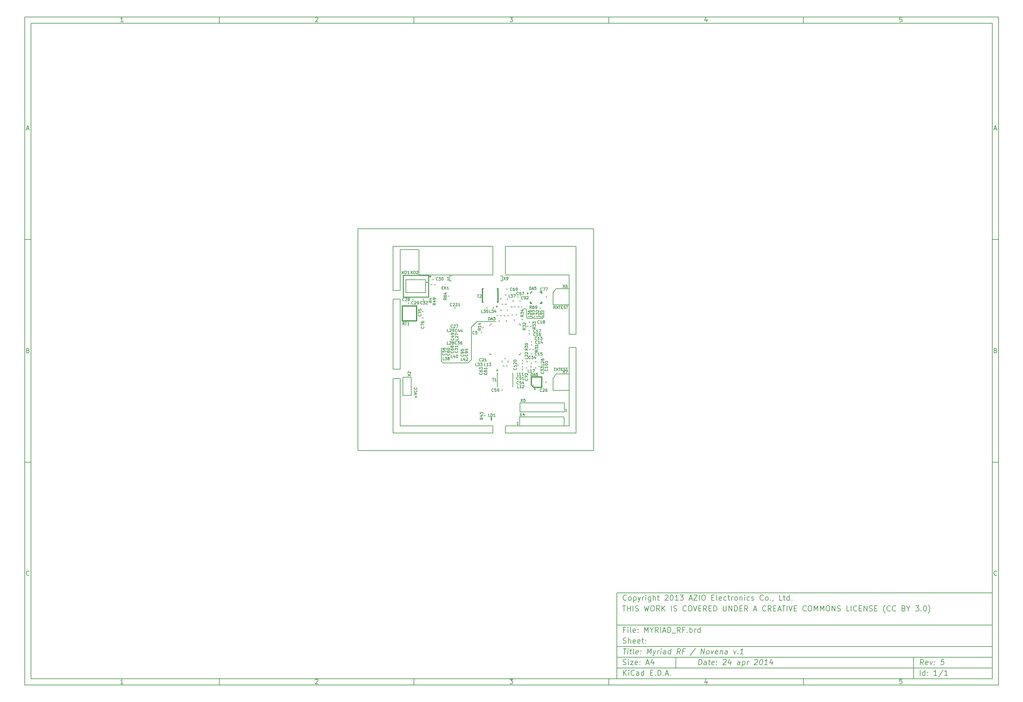
<source format=gto>
G04 (created by PCBNEW (2013-05-31 BZR 4019)-stable) date 24/04/2014 12:04:12*
%MOIN*%
G04 Gerber Fmt 3.4, Leading zero omitted, Abs format*
%FSLAX34Y34*%
G01*
G70*
G90*
G04 APERTURE LIST*
%ADD10C,0.00590551*%
%ADD11C,0.0077*%
%ADD12C,0.0078*%
%ADD13C,0.0117*%
%ADD14C,0.00787402*%
%ADD15C,0.00984252*%
G04 APERTURE END LIST*
G54D10*
X4000Y-4000D02*
X112930Y-4000D01*
X112930Y-78680D01*
X4000Y-78680D01*
X4000Y-4000D01*
X4700Y-4700D02*
X112230Y-4700D01*
X112230Y-77980D01*
X4700Y-77980D01*
X4700Y-4700D01*
X25780Y-4000D02*
X25780Y-4700D01*
X15032Y-4552D02*
X14747Y-4552D01*
X14890Y-4552D02*
X14890Y-4052D01*
X14842Y-4123D01*
X14794Y-4171D01*
X14747Y-4195D01*
X25780Y-78680D02*
X25780Y-77980D01*
X15032Y-78532D02*
X14747Y-78532D01*
X14890Y-78532D02*
X14890Y-78032D01*
X14842Y-78103D01*
X14794Y-78151D01*
X14747Y-78175D01*
X47560Y-4000D02*
X47560Y-4700D01*
X36527Y-4100D02*
X36550Y-4076D01*
X36598Y-4052D01*
X36717Y-4052D01*
X36765Y-4076D01*
X36789Y-4100D01*
X36812Y-4147D01*
X36812Y-4195D01*
X36789Y-4266D01*
X36503Y-4552D01*
X36812Y-4552D01*
X47560Y-78680D02*
X47560Y-77980D01*
X36527Y-78080D02*
X36550Y-78056D01*
X36598Y-78032D01*
X36717Y-78032D01*
X36765Y-78056D01*
X36789Y-78080D01*
X36812Y-78127D01*
X36812Y-78175D01*
X36789Y-78246D01*
X36503Y-78532D01*
X36812Y-78532D01*
X69340Y-4000D02*
X69340Y-4700D01*
X58283Y-4052D02*
X58592Y-4052D01*
X58426Y-4242D01*
X58497Y-4242D01*
X58545Y-4266D01*
X58569Y-4290D01*
X58592Y-4338D01*
X58592Y-4457D01*
X58569Y-4504D01*
X58545Y-4528D01*
X58497Y-4552D01*
X58354Y-4552D01*
X58307Y-4528D01*
X58283Y-4504D01*
X69340Y-78680D02*
X69340Y-77980D01*
X58283Y-78032D02*
X58592Y-78032D01*
X58426Y-78222D01*
X58497Y-78222D01*
X58545Y-78246D01*
X58569Y-78270D01*
X58592Y-78318D01*
X58592Y-78437D01*
X58569Y-78484D01*
X58545Y-78508D01*
X58497Y-78532D01*
X58354Y-78532D01*
X58307Y-78508D01*
X58283Y-78484D01*
X91120Y-4000D02*
X91120Y-4700D01*
X80325Y-4219D02*
X80325Y-4552D01*
X80206Y-4028D02*
X80087Y-4385D01*
X80396Y-4385D01*
X91120Y-78680D02*
X91120Y-77980D01*
X80325Y-78199D02*
X80325Y-78532D01*
X80206Y-78008D02*
X80087Y-78365D01*
X80396Y-78365D01*
X102129Y-4052D02*
X101890Y-4052D01*
X101867Y-4290D01*
X101890Y-4266D01*
X101938Y-4242D01*
X102057Y-4242D01*
X102105Y-4266D01*
X102129Y-4290D01*
X102152Y-4338D01*
X102152Y-4457D01*
X102129Y-4504D01*
X102105Y-4528D01*
X102057Y-4552D01*
X101938Y-4552D01*
X101890Y-4528D01*
X101867Y-4504D01*
X102129Y-78032D02*
X101890Y-78032D01*
X101867Y-78270D01*
X101890Y-78246D01*
X101938Y-78222D01*
X102057Y-78222D01*
X102105Y-78246D01*
X102129Y-78270D01*
X102152Y-78318D01*
X102152Y-78437D01*
X102129Y-78484D01*
X102105Y-78508D01*
X102057Y-78532D01*
X101938Y-78532D01*
X101890Y-78508D01*
X101867Y-78484D01*
X4000Y-28890D02*
X4700Y-28890D01*
X4230Y-16509D02*
X4469Y-16509D01*
X4183Y-16652D02*
X4350Y-16152D01*
X4516Y-16652D01*
X112930Y-28890D02*
X112230Y-28890D01*
X112460Y-16509D02*
X112699Y-16509D01*
X112413Y-16652D02*
X112580Y-16152D01*
X112746Y-16652D01*
X4000Y-53780D02*
X4700Y-53780D01*
X4385Y-41280D02*
X4457Y-41304D01*
X4480Y-41328D01*
X4504Y-41375D01*
X4504Y-41447D01*
X4480Y-41494D01*
X4457Y-41518D01*
X4409Y-41542D01*
X4219Y-41542D01*
X4219Y-41042D01*
X4385Y-41042D01*
X4433Y-41066D01*
X4457Y-41090D01*
X4480Y-41137D01*
X4480Y-41185D01*
X4457Y-41232D01*
X4433Y-41256D01*
X4385Y-41280D01*
X4219Y-41280D01*
X112930Y-53780D02*
X112230Y-53780D01*
X112615Y-41280D02*
X112687Y-41304D01*
X112710Y-41328D01*
X112734Y-41375D01*
X112734Y-41447D01*
X112710Y-41494D01*
X112687Y-41518D01*
X112639Y-41542D01*
X112449Y-41542D01*
X112449Y-41042D01*
X112615Y-41042D01*
X112663Y-41066D01*
X112687Y-41090D01*
X112710Y-41137D01*
X112710Y-41185D01*
X112687Y-41232D01*
X112663Y-41256D01*
X112615Y-41280D01*
X112449Y-41280D01*
X4504Y-66384D02*
X4480Y-66408D01*
X4409Y-66432D01*
X4361Y-66432D01*
X4290Y-66408D01*
X4242Y-66360D01*
X4219Y-66313D01*
X4195Y-66218D01*
X4195Y-66146D01*
X4219Y-66051D01*
X4242Y-66003D01*
X4290Y-65956D01*
X4361Y-65932D01*
X4409Y-65932D01*
X4480Y-65956D01*
X4504Y-65980D01*
X112734Y-66384D02*
X112710Y-66408D01*
X112639Y-66432D01*
X112591Y-66432D01*
X112520Y-66408D01*
X112472Y-66360D01*
X112449Y-66313D01*
X112425Y-66218D01*
X112425Y-66146D01*
X112449Y-66051D01*
X112472Y-66003D01*
X112520Y-65956D01*
X112591Y-65932D01*
X112639Y-65932D01*
X112710Y-65956D01*
X112734Y-65980D01*
X79380Y-76422D02*
X79455Y-75822D01*
X79597Y-75822D01*
X79680Y-75851D01*
X79730Y-75908D01*
X79751Y-75965D01*
X79765Y-76080D01*
X79755Y-76165D01*
X79712Y-76280D01*
X79676Y-76337D01*
X79612Y-76394D01*
X79522Y-76422D01*
X79380Y-76422D01*
X80237Y-76422D02*
X80276Y-76108D01*
X80255Y-76051D01*
X80201Y-76022D01*
X80087Y-76022D01*
X80026Y-76051D01*
X80240Y-76394D02*
X80180Y-76422D01*
X80037Y-76422D01*
X79983Y-76394D01*
X79962Y-76337D01*
X79969Y-76280D01*
X80005Y-76222D01*
X80065Y-76194D01*
X80208Y-76194D01*
X80269Y-76165D01*
X80487Y-76022D02*
X80715Y-76022D01*
X80597Y-75822D02*
X80533Y-76337D01*
X80555Y-76394D01*
X80608Y-76422D01*
X80665Y-76422D01*
X81097Y-76394D02*
X81037Y-76422D01*
X80922Y-76422D01*
X80869Y-76394D01*
X80847Y-76337D01*
X80876Y-76108D01*
X80912Y-76051D01*
X80972Y-76022D01*
X81087Y-76022D01*
X81140Y-76051D01*
X81162Y-76108D01*
X81155Y-76165D01*
X80862Y-76222D01*
X81387Y-76365D02*
X81412Y-76394D01*
X81380Y-76422D01*
X81355Y-76394D01*
X81387Y-76365D01*
X81380Y-76422D01*
X81426Y-76051D02*
X81451Y-76080D01*
X81419Y-76108D01*
X81394Y-76080D01*
X81426Y-76051D01*
X81419Y-76108D01*
X82162Y-75880D02*
X82194Y-75851D01*
X82255Y-75822D01*
X82397Y-75822D01*
X82451Y-75851D01*
X82476Y-75880D01*
X82497Y-75937D01*
X82490Y-75994D01*
X82451Y-76080D01*
X82065Y-76422D01*
X82437Y-76422D01*
X83001Y-76022D02*
X82951Y-76422D01*
X82887Y-75794D02*
X82690Y-76222D01*
X83062Y-76222D01*
X83980Y-76422D02*
X84019Y-76108D01*
X83997Y-76051D01*
X83944Y-76022D01*
X83830Y-76022D01*
X83769Y-76051D01*
X83983Y-76394D02*
X83922Y-76422D01*
X83780Y-76422D01*
X83726Y-76394D01*
X83705Y-76337D01*
X83712Y-76280D01*
X83747Y-76222D01*
X83808Y-76194D01*
X83951Y-76194D01*
X84012Y-76165D01*
X84315Y-76022D02*
X84240Y-76622D01*
X84312Y-76051D02*
X84372Y-76022D01*
X84487Y-76022D01*
X84540Y-76051D01*
X84565Y-76080D01*
X84587Y-76137D01*
X84565Y-76308D01*
X84530Y-76365D01*
X84497Y-76394D01*
X84437Y-76422D01*
X84322Y-76422D01*
X84269Y-76394D01*
X84808Y-76422D02*
X84858Y-76022D01*
X84844Y-76137D02*
X84880Y-76080D01*
X84912Y-76051D01*
X84972Y-76022D01*
X85030Y-76022D01*
X85676Y-75880D02*
X85708Y-75851D01*
X85769Y-75822D01*
X85912Y-75822D01*
X85965Y-75851D01*
X85990Y-75880D01*
X86012Y-75937D01*
X86005Y-75994D01*
X85965Y-76080D01*
X85580Y-76422D01*
X85951Y-76422D01*
X86397Y-75822D02*
X86455Y-75822D01*
X86508Y-75851D01*
X86533Y-75880D01*
X86555Y-75937D01*
X86569Y-76051D01*
X86551Y-76194D01*
X86508Y-76308D01*
X86472Y-76365D01*
X86440Y-76394D01*
X86380Y-76422D01*
X86322Y-76422D01*
X86269Y-76394D01*
X86244Y-76365D01*
X86222Y-76308D01*
X86208Y-76194D01*
X86226Y-76051D01*
X86269Y-75937D01*
X86305Y-75880D01*
X86337Y-75851D01*
X86397Y-75822D01*
X87094Y-76422D02*
X86751Y-76422D01*
X86922Y-76422D02*
X86997Y-75822D01*
X86930Y-75908D01*
X86865Y-75965D01*
X86805Y-75994D01*
X87658Y-76022D02*
X87608Y-76422D01*
X87544Y-75794D02*
X87347Y-76222D01*
X87719Y-76222D01*
X70972Y-77622D02*
X70972Y-77022D01*
X71315Y-77622D02*
X71058Y-77280D01*
X71315Y-77022D02*
X70972Y-77365D01*
X71572Y-77622D02*
X71572Y-77222D01*
X71572Y-77022D02*
X71544Y-77051D01*
X71572Y-77080D01*
X71601Y-77051D01*
X71572Y-77022D01*
X71572Y-77080D01*
X72201Y-77565D02*
X72172Y-77594D01*
X72087Y-77622D01*
X72030Y-77622D01*
X71944Y-77594D01*
X71887Y-77537D01*
X71858Y-77480D01*
X71830Y-77365D01*
X71830Y-77280D01*
X71858Y-77165D01*
X71887Y-77108D01*
X71944Y-77051D01*
X72030Y-77022D01*
X72087Y-77022D01*
X72172Y-77051D01*
X72201Y-77080D01*
X72715Y-77622D02*
X72715Y-77308D01*
X72687Y-77251D01*
X72630Y-77222D01*
X72515Y-77222D01*
X72458Y-77251D01*
X72715Y-77594D02*
X72658Y-77622D01*
X72515Y-77622D01*
X72458Y-77594D01*
X72430Y-77537D01*
X72430Y-77480D01*
X72458Y-77422D01*
X72515Y-77394D01*
X72658Y-77394D01*
X72715Y-77365D01*
X73258Y-77622D02*
X73258Y-77022D01*
X73258Y-77594D02*
X73201Y-77622D01*
X73087Y-77622D01*
X73030Y-77594D01*
X73001Y-77565D01*
X72972Y-77508D01*
X72972Y-77337D01*
X73001Y-77280D01*
X73030Y-77251D01*
X73087Y-77222D01*
X73201Y-77222D01*
X73258Y-77251D01*
X74001Y-77308D02*
X74201Y-77308D01*
X74287Y-77622D02*
X74001Y-77622D01*
X74001Y-77022D01*
X74287Y-77022D01*
X74544Y-77565D02*
X74572Y-77594D01*
X74544Y-77622D01*
X74515Y-77594D01*
X74544Y-77565D01*
X74544Y-77622D01*
X74829Y-77622D02*
X74829Y-77022D01*
X74972Y-77022D01*
X75058Y-77051D01*
X75115Y-77108D01*
X75144Y-77165D01*
X75172Y-77280D01*
X75172Y-77365D01*
X75144Y-77480D01*
X75115Y-77537D01*
X75058Y-77594D01*
X74972Y-77622D01*
X74829Y-77622D01*
X75429Y-77565D02*
X75458Y-77594D01*
X75429Y-77622D01*
X75401Y-77594D01*
X75429Y-77565D01*
X75429Y-77622D01*
X75687Y-77451D02*
X75972Y-77451D01*
X75629Y-77622D02*
X75829Y-77022D01*
X76029Y-77622D01*
X76229Y-77565D02*
X76258Y-77594D01*
X76229Y-77622D01*
X76201Y-77594D01*
X76229Y-77565D01*
X76229Y-77622D01*
X104522Y-76422D02*
X104358Y-76137D01*
X104180Y-76422D02*
X104255Y-75822D01*
X104483Y-75822D01*
X104537Y-75851D01*
X104562Y-75880D01*
X104583Y-75937D01*
X104572Y-76022D01*
X104537Y-76080D01*
X104505Y-76108D01*
X104444Y-76137D01*
X104215Y-76137D01*
X105012Y-76394D02*
X104951Y-76422D01*
X104837Y-76422D01*
X104783Y-76394D01*
X104762Y-76337D01*
X104790Y-76108D01*
X104826Y-76051D01*
X104887Y-76022D01*
X105001Y-76022D01*
X105055Y-76051D01*
X105076Y-76108D01*
X105069Y-76165D01*
X104776Y-76222D01*
X105287Y-76022D02*
X105380Y-76422D01*
X105572Y-76022D01*
X105758Y-76365D02*
X105783Y-76394D01*
X105751Y-76422D01*
X105726Y-76394D01*
X105758Y-76365D01*
X105751Y-76422D01*
X105797Y-76051D02*
X105822Y-76080D01*
X105790Y-76108D01*
X105765Y-76080D01*
X105797Y-76051D01*
X105790Y-76108D01*
X106855Y-75822D02*
X106569Y-75822D01*
X106505Y-76108D01*
X106537Y-76080D01*
X106597Y-76051D01*
X106740Y-76051D01*
X106794Y-76080D01*
X106819Y-76108D01*
X106840Y-76165D01*
X106822Y-76308D01*
X106787Y-76365D01*
X106755Y-76394D01*
X106694Y-76422D01*
X106551Y-76422D01*
X106497Y-76394D01*
X106472Y-76365D01*
X70944Y-76394D02*
X71030Y-76422D01*
X71172Y-76422D01*
X71230Y-76394D01*
X71258Y-76365D01*
X71287Y-76308D01*
X71287Y-76251D01*
X71258Y-76194D01*
X71230Y-76165D01*
X71172Y-76137D01*
X71058Y-76108D01*
X71001Y-76080D01*
X70972Y-76051D01*
X70944Y-75994D01*
X70944Y-75937D01*
X70972Y-75880D01*
X71001Y-75851D01*
X71058Y-75822D01*
X71201Y-75822D01*
X71287Y-75851D01*
X71544Y-76422D02*
X71544Y-76022D01*
X71544Y-75822D02*
X71515Y-75851D01*
X71544Y-75880D01*
X71572Y-75851D01*
X71544Y-75822D01*
X71544Y-75880D01*
X71772Y-76022D02*
X72087Y-76022D01*
X71772Y-76422D01*
X72087Y-76422D01*
X72544Y-76394D02*
X72487Y-76422D01*
X72372Y-76422D01*
X72315Y-76394D01*
X72287Y-76337D01*
X72287Y-76108D01*
X72315Y-76051D01*
X72372Y-76022D01*
X72487Y-76022D01*
X72544Y-76051D01*
X72572Y-76108D01*
X72572Y-76165D01*
X72287Y-76222D01*
X72830Y-76365D02*
X72858Y-76394D01*
X72830Y-76422D01*
X72801Y-76394D01*
X72830Y-76365D01*
X72830Y-76422D01*
X72830Y-76051D02*
X72858Y-76080D01*
X72830Y-76108D01*
X72801Y-76080D01*
X72830Y-76051D01*
X72830Y-76108D01*
X73544Y-76251D02*
X73830Y-76251D01*
X73487Y-76422D02*
X73687Y-75822D01*
X73887Y-76422D01*
X74344Y-76022D02*
X74344Y-76422D01*
X74201Y-75794D02*
X74058Y-76222D01*
X74430Y-76222D01*
X104172Y-77622D02*
X104172Y-77022D01*
X104715Y-77622D02*
X104715Y-77022D01*
X104715Y-77594D02*
X104658Y-77622D01*
X104544Y-77622D01*
X104487Y-77594D01*
X104458Y-77565D01*
X104430Y-77508D01*
X104430Y-77337D01*
X104458Y-77280D01*
X104487Y-77251D01*
X104544Y-77222D01*
X104658Y-77222D01*
X104715Y-77251D01*
X105001Y-77565D02*
X105030Y-77594D01*
X105001Y-77622D01*
X104972Y-77594D01*
X105001Y-77565D01*
X105001Y-77622D01*
X105001Y-77251D02*
X105030Y-77280D01*
X105001Y-77308D01*
X104972Y-77280D01*
X105001Y-77251D01*
X105001Y-77308D01*
X106058Y-77622D02*
X105715Y-77622D01*
X105887Y-77622D02*
X105887Y-77022D01*
X105829Y-77108D01*
X105772Y-77165D01*
X105715Y-77194D01*
X106744Y-76994D02*
X106230Y-77765D01*
X107258Y-77622D02*
X106915Y-77622D01*
X107087Y-77622D02*
X107087Y-77022D01*
X107029Y-77108D01*
X106972Y-77165D01*
X106915Y-77194D01*
X70969Y-74622D02*
X71312Y-74622D01*
X71065Y-75222D02*
X71140Y-74622D01*
X71437Y-75222D02*
X71487Y-74822D01*
X71512Y-74622D02*
X71480Y-74651D01*
X71505Y-74680D01*
X71537Y-74651D01*
X71512Y-74622D01*
X71505Y-74680D01*
X71687Y-74822D02*
X71915Y-74822D01*
X71797Y-74622D02*
X71733Y-75137D01*
X71755Y-75194D01*
X71808Y-75222D01*
X71865Y-75222D01*
X72151Y-75222D02*
X72097Y-75194D01*
X72076Y-75137D01*
X72140Y-74622D01*
X72612Y-75194D02*
X72551Y-75222D01*
X72437Y-75222D01*
X72383Y-75194D01*
X72362Y-75137D01*
X72390Y-74908D01*
X72426Y-74851D01*
X72487Y-74822D01*
X72601Y-74822D01*
X72655Y-74851D01*
X72676Y-74908D01*
X72669Y-74965D01*
X72376Y-75022D01*
X72901Y-75165D02*
X72926Y-75194D01*
X72894Y-75222D01*
X72869Y-75194D01*
X72901Y-75165D01*
X72894Y-75222D01*
X72940Y-74851D02*
X72965Y-74880D01*
X72933Y-74908D01*
X72908Y-74880D01*
X72940Y-74851D01*
X72933Y-74908D01*
X73637Y-75222D02*
X73712Y-74622D01*
X73858Y-75051D01*
X74112Y-74622D01*
X74037Y-75222D01*
X74315Y-74822D02*
X74408Y-75222D01*
X74601Y-74822D02*
X74408Y-75222D01*
X74333Y-75365D01*
X74301Y-75394D01*
X74240Y-75422D01*
X74780Y-75222D02*
X74830Y-74822D01*
X74815Y-74937D02*
X74851Y-74880D01*
X74883Y-74851D01*
X74944Y-74822D01*
X75001Y-74822D01*
X75151Y-75222D02*
X75201Y-74822D01*
X75226Y-74622D02*
X75194Y-74651D01*
X75219Y-74680D01*
X75251Y-74651D01*
X75226Y-74622D01*
X75219Y-74680D01*
X75694Y-75222D02*
X75733Y-74908D01*
X75712Y-74851D01*
X75658Y-74822D01*
X75544Y-74822D01*
X75483Y-74851D01*
X75697Y-75194D02*
X75637Y-75222D01*
X75494Y-75222D01*
X75440Y-75194D01*
X75419Y-75137D01*
X75426Y-75080D01*
X75462Y-75022D01*
X75522Y-74994D01*
X75665Y-74994D01*
X75726Y-74965D01*
X76237Y-75222D02*
X76312Y-74622D01*
X76240Y-75194D02*
X76180Y-75222D01*
X76065Y-75222D01*
X76012Y-75194D01*
X75987Y-75165D01*
X75965Y-75108D01*
X75987Y-74937D01*
X76022Y-74880D01*
X76055Y-74851D01*
X76115Y-74822D01*
X76230Y-74822D01*
X76283Y-74851D01*
X77322Y-75222D02*
X77158Y-74937D01*
X76980Y-75222D02*
X77055Y-74622D01*
X77283Y-74622D01*
X77337Y-74651D01*
X77362Y-74680D01*
X77383Y-74737D01*
X77372Y-74822D01*
X77337Y-74880D01*
X77305Y-74908D01*
X77244Y-74937D01*
X77015Y-74937D01*
X77819Y-74908D02*
X77619Y-74908D01*
X77580Y-75222D02*
X77655Y-74622D01*
X77940Y-74622D01*
X79058Y-74594D02*
X78447Y-75365D01*
X79637Y-75222D02*
X79712Y-74622D01*
X79980Y-75222D01*
X80055Y-74622D01*
X80351Y-75222D02*
X80297Y-75194D01*
X80272Y-75165D01*
X80251Y-75108D01*
X80272Y-74937D01*
X80308Y-74880D01*
X80340Y-74851D01*
X80401Y-74822D01*
X80487Y-74822D01*
X80540Y-74851D01*
X80565Y-74880D01*
X80587Y-74937D01*
X80565Y-75108D01*
X80530Y-75165D01*
X80497Y-75194D01*
X80437Y-75222D01*
X80351Y-75222D01*
X80801Y-74822D02*
X80894Y-75222D01*
X81087Y-74822D01*
X81497Y-75194D02*
X81437Y-75222D01*
X81322Y-75222D01*
X81269Y-75194D01*
X81247Y-75137D01*
X81276Y-74908D01*
X81312Y-74851D01*
X81372Y-74822D01*
X81487Y-74822D01*
X81540Y-74851D01*
X81562Y-74908D01*
X81555Y-74965D01*
X81262Y-75022D01*
X81830Y-74822D02*
X81780Y-75222D01*
X81822Y-74880D02*
X81855Y-74851D01*
X81915Y-74822D01*
X82001Y-74822D01*
X82055Y-74851D01*
X82076Y-74908D01*
X82037Y-75222D01*
X82580Y-75222D02*
X82619Y-74908D01*
X82597Y-74851D01*
X82544Y-74822D01*
X82430Y-74822D01*
X82369Y-74851D01*
X82583Y-75194D02*
X82522Y-75222D01*
X82380Y-75222D01*
X82326Y-75194D01*
X82305Y-75137D01*
X82312Y-75080D01*
X82347Y-75022D01*
X82408Y-74994D01*
X82551Y-74994D01*
X82612Y-74965D01*
X83315Y-74822D02*
X83408Y-75222D01*
X83601Y-74822D01*
X83787Y-75165D02*
X83812Y-75194D01*
X83780Y-75222D01*
X83755Y-75194D01*
X83787Y-75165D01*
X83780Y-75222D01*
X84380Y-75222D02*
X84037Y-75222D01*
X84208Y-75222D02*
X84283Y-74622D01*
X84215Y-74708D01*
X84151Y-74765D01*
X84090Y-74794D01*
X71172Y-72508D02*
X70972Y-72508D01*
X70972Y-72822D02*
X70972Y-72222D01*
X71258Y-72222D01*
X71487Y-72822D02*
X71487Y-72422D01*
X71487Y-72222D02*
X71458Y-72251D01*
X71487Y-72280D01*
X71515Y-72251D01*
X71487Y-72222D01*
X71487Y-72280D01*
X71858Y-72822D02*
X71801Y-72794D01*
X71772Y-72737D01*
X71772Y-72222D01*
X72315Y-72794D02*
X72258Y-72822D01*
X72144Y-72822D01*
X72087Y-72794D01*
X72058Y-72737D01*
X72058Y-72508D01*
X72087Y-72451D01*
X72144Y-72422D01*
X72258Y-72422D01*
X72315Y-72451D01*
X72344Y-72508D01*
X72344Y-72565D01*
X72058Y-72622D01*
X72601Y-72765D02*
X72630Y-72794D01*
X72601Y-72822D01*
X72572Y-72794D01*
X72601Y-72765D01*
X72601Y-72822D01*
X72601Y-72451D02*
X72630Y-72480D01*
X72601Y-72508D01*
X72572Y-72480D01*
X72601Y-72451D01*
X72601Y-72508D01*
X73344Y-72822D02*
X73344Y-72222D01*
X73544Y-72651D01*
X73744Y-72222D01*
X73744Y-72822D01*
X74144Y-72537D02*
X74144Y-72822D01*
X73944Y-72222D02*
X74144Y-72537D01*
X74344Y-72222D01*
X74887Y-72822D02*
X74687Y-72537D01*
X74544Y-72822D02*
X74544Y-72222D01*
X74772Y-72222D01*
X74830Y-72251D01*
X74858Y-72280D01*
X74887Y-72337D01*
X74887Y-72422D01*
X74858Y-72480D01*
X74830Y-72508D01*
X74772Y-72537D01*
X74544Y-72537D01*
X75144Y-72822D02*
X75144Y-72222D01*
X75401Y-72651D02*
X75687Y-72651D01*
X75344Y-72822D02*
X75544Y-72222D01*
X75744Y-72822D01*
X75944Y-72822D02*
X75944Y-72222D01*
X76087Y-72222D01*
X76172Y-72251D01*
X76230Y-72308D01*
X76258Y-72365D01*
X76287Y-72480D01*
X76287Y-72565D01*
X76258Y-72680D01*
X76230Y-72737D01*
X76172Y-72794D01*
X76087Y-72822D01*
X75944Y-72822D01*
X76401Y-72880D02*
X76858Y-72880D01*
X77344Y-72822D02*
X77144Y-72537D01*
X77001Y-72822D02*
X77001Y-72222D01*
X77230Y-72222D01*
X77287Y-72251D01*
X77315Y-72280D01*
X77344Y-72337D01*
X77344Y-72422D01*
X77315Y-72480D01*
X77287Y-72508D01*
X77230Y-72537D01*
X77001Y-72537D01*
X77801Y-72508D02*
X77601Y-72508D01*
X77601Y-72822D02*
X77601Y-72222D01*
X77887Y-72222D01*
X78115Y-72765D02*
X78144Y-72794D01*
X78115Y-72822D01*
X78087Y-72794D01*
X78115Y-72765D01*
X78115Y-72822D01*
X78401Y-72822D02*
X78401Y-72222D01*
X78401Y-72451D02*
X78458Y-72422D01*
X78572Y-72422D01*
X78630Y-72451D01*
X78658Y-72480D01*
X78687Y-72537D01*
X78687Y-72708D01*
X78658Y-72765D01*
X78630Y-72794D01*
X78572Y-72822D01*
X78458Y-72822D01*
X78401Y-72794D01*
X78944Y-72822D02*
X78944Y-72422D01*
X78944Y-72537D02*
X78972Y-72480D01*
X79001Y-72451D01*
X79058Y-72422D01*
X79115Y-72422D01*
X79572Y-72822D02*
X79572Y-72222D01*
X79572Y-72794D02*
X79515Y-72822D01*
X79401Y-72822D01*
X79344Y-72794D01*
X79315Y-72765D01*
X79287Y-72708D01*
X79287Y-72537D01*
X79315Y-72480D01*
X79344Y-72451D01*
X79401Y-72422D01*
X79515Y-72422D01*
X79572Y-72451D01*
X70944Y-73994D02*
X71030Y-74022D01*
X71172Y-74022D01*
X71230Y-73994D01*
X71258Y-73965D01*
X71287Y-73908D01*
X71287Y-73851D01*
X71258Y-73794D01*
X71230Y-73765D01*
X71172Y-73737D01*
X71058Y-73708D01*
X71001Y-73680D01*
X70972Y-73651D01*
X70944Y-73594D01*
X70944Y-73537D01*
X70972Y-73480D01*
X71001Y-73451D01*
X71058Y-73422D01*
X71201Y-73422D01*
X71287Y-73451D01*
X71544Y-74022D02*
X71544Y-73422D01*
X71801Y-74022D02*
X71801Y-73708D01*
X71772Y-73651D01*
X71715Y-73622D01*
X71630Y-73622D01*
X71572Y-73651D01*
X71544Y-73680D01*
X72315Y-73994D02*
X72258Y-74022D01*
X72144Y-74022D01*
X72087Y-73994D01*
X72058Y-73937D01*
X72058Y-73708D01*
X72087Y-73651D01*
X72144Y-73622D01*
X72258Y-73622D01*
X72315Y-73651D01*
X72344Y-73708D01*
X72344Y-73765D01*
X72058Y-73822D01*
X72830Y-73994D02*
X72772Y-74022D01*
X72658Y-74022D01*
X72601Y-73994D01*
X72572Y-73937D01*
X72572Y-73708D01*
X72601Y-73651D01*
X72658Y-73622D01*
X72772Y-73622D01*
X72830Y-73651D01*
X72858Y-73708D01*
X72858Y-73765D01*
X72572Y-73822D01*
X73030Y-73622D02*
X73258Y-73622D01*
X73115Y-73422D02*
X73115Y-73937D01*
X73144Y-73994D01*
X73201Y-74022D01*
X73258Y-74022D01*
X73458Y-73965D02*
X73487Y-73994D01*
X73458Y-74022D01*
X73430Y-73994D01*
X73458Y-73965D01*
X73458Y-74022D01*
X73458Y-73651D02*
X73487Y-73680D01*
X73458Y-73708D01*
X73430Y-73680D01*
X73458Y-73651D01*
X73458Y-73708D01*
X70887Y-69822D02*
X71230Y-69822D01*
X71058Y-70422D02*
X71058Y-69822D01*
X71430Y-70422D02*
X71430Y-69822D01*
X71430Y-70108D02*
X71772Y-70108D01*
X71772Y-70422D02*
X71772Y-69822D01*
X72058Y-70422D02*
X72058Y-69822D01*
X72315Y-70394D02*
X72401Y-70422D01*
X72544Y-70422D01*
X72601Y-70394D01*
X72629Y-70365D01*
X72658Y-70308D01*
X72658Y-70251D01*
X72629Y-70194D01*
X72601Y-70165D01*
X72544Y-70137D01*
X72429Y-70108D01*
X72372Y-70080D01*
X72344Y-70051D01*
X72315Y-69994D01*
X72315Y-69937D01*
X72344Y-69880D01*
X72372Y-69851D01*
X72429Y-69822D01*
X72572Y-69822D01*
X72658Y-69851D01*
X73315Y-69822D02*
X73458Y-70422D01*
X73572Y-69994D01*
X73687Y-70422D01*
X73830Y-69822D01*
X74172Y-69822D02*
X74287Y-69822D01*
X74344Y-69851D01*
X74401Y-69908D01*
X74430Y-70022D01*
X74430Y-70222D01*
X74401Y-70337D01*
X74344Y-70394D01*
X74287Y-70422D01*
X74172Y-70422D01*
X74115Y-70394D01*
X74058Y-70337D01*
X74030Y-70222D01*
X74030Y-70022D01*
X74058Y-69908D01*
X74115Y-69851D01*
X74172Y-69822D01*
X75029Y-70422D02*
X74829Y-70137D01*
X74687Y-70422D02*
X74687Y-69822D01*
X74915Y-69822D01*
X74972Y-69851D01*
X75001Y-69880D01*
X75029Y-69937D01*
X75029Y-70022D01*
X75001Y-70080D01*
X74972Y-70108D01*
X74915Y-70137D01*
X74687Y-70137D01*
X75287Y-70422D02*
X75287Y-69822D01*
X75629Y-70422D02*
X75372Y-70080D01*
X75629Y-69822D02*
X75287Y-70165D01*
X76344Y-70422D02*
X76344Y-69822D01*
X76601Y-70394D02*
X76687Y-70422D01*
X76829Y-70422D01*
X76887Y-70394D01*
X76915Y-70365D01*
X76944Y-70308D01*
X76944Y-70251D01*
X76915Y-70194D01*
X76887Y-70165D01*
X76829Y-70137D01*
X76715Y-70108D01*
X76658Y-70080D01*
X76629Y-70051D01*
X76601Y-69994D01*
X76601Y-69937D01*
X76629Y-69880D01*
X76658Y-69851D01*
X76715Y-69822D01*
X76858Y-69822D01*
X76944Y-69851D01*
X78001Y-70365D02*
X77972Y-70394D01*
X77887Y-70422D01*
X77830Y-70422D01*
X77744Y-70394D01*
X77687Y-70337D01*
X77658Y-70280D01*
X77630Y-70165D01*
X77630Y-70080D01*
X77658Y-69965D01*
X77687Y-69908D01*
X77744Y-69851D01*
X77830Y-69822D01*
X77887Y-69822D01*
X77972Y-69851D01*
X78001Y-69880D01*
X78372Y-69822D02*
X78487Y-69822D01*
X78544Y-69851D01*
X78601Y-69908D01*
X78630Y-70022D01*
X78630Y-70222D01*
X78601Y-70337D01*
X78544Y-70394D01*
X78487Y-70422D01*
X78372Y-70422D01*
X78315Y-70394D01*
X78258Y-70337D01*
X78230Y-70222D01*
X78230Y-70022D01*
X78258Y-69908D01*
X78315Y-69851D01*
X78372Y-69822D01*
X78801Y-69822D02*
X79001Y-70422D01*
X79201Y-69822D01*
X79401Y-70108D02*
X79601Y-70108D01*
X79687Y-70422D02*
X79401Y-70422D01*
X79401Y-69822D01*
X79687Y-69822D01*
X80287Y-70422D02*
X80087Y-70137D01*
X79944Y-70422D02*
X79944Y-69822D01*
X80172Y-69822D01*
X80229Y-69851D01*
X80258Y-69880D01*
X80287Y-69937D01*
X80287Y-70022D01*
X80258Y-70080D01*
X80229Y-70108D01*
X80172Y-70137D01*
X79944Y-70137D01*
X80544Y-70108D02*
X80744Y-70108D01*
X80829Y-70422D02*
X80544Y-70422D01*
X80544Y-69822D01*
X80829Y-69822D01*
X81087Y-70422D02*
X81087Y-69822D01*
X81229Y-69822D01*
X81315Y-69851D01*
X81372Y-69908D01*
X81401Y-69965D01*
X81429Y-70080D01*
X81429Y-70165D01*
X81401Y-70280D01*
X81372Y-70337D01*
X81315Y-70394D01*
X81229Y-70422D01*
X81087Y-70422D01*
X82144Y-69822D02*
X82144Y-70308D01*
X82172Y-70365D01*
X82201Y-70394D01*
X82258Y-70422D01*
X82372Y-70422D01*
X82429Y-70394D01*
X82458Y-70365D01*
X82487Y-70308D01*
X82487Y-69822D01*
X82772Y-70422D02*
X82772Y-69822D01*
X83115Y-70422D01*
X83115Y-69822D01*
X83401Y-70422D02*
X83401Y-69822D01*
X83544Y-69822D01*
X83629Y-69851D01*
X83687Y-69908D01*
X83715Y-69965D01*
X83744Y-70080D01*
X83744Y-70165D01*
X83715Y-70280D01*
X83687Y-70337D01*
X83629Y-70394D01*
X83544Y-70422D01*
X83401Y-70422D01*
X84001Y-70108D02*
X84201Y-70108D01*
X84287Y-70422D02*
X84001Y-70422D01*
X84001Y-69822D01*
X84287Y-69822D01*
X84887Y-70422D02*
X84687Y-70137D01*
X84544Y-70422D02*
X84544Y-69822D01*
X84772Y-69822D01*
X84829Y-69851D01*
X84858Y-69880D01*
X84887Y-69937D01*
X84887Y-70022D01*
X84858Y-70080D01*
X84829Y-70108D01*
X84772Y-70137D01*
X84544Y-70137D01*
X85572Y-70251D02*
X85858Y-70251D01*
X85515Y-70422D02*
X85715Y-69822D01*
X85915Y-70422D01*
X86915Y-70365D02*
X86887Y-70394D01*
X86801Y-70422D01*
X86744Y-70422D01*
X86658Y-70394D01*
X86601Y-70337D01*
X86572Y-70280D01*
X86544Y-70165D01*
X86544Y-70080D01*
X86572Y-69965D01*
X86601Y-69908D01*
X86658Y-69851D01*
X86744Y-69822D01*
X86801Y-69822D01*
X86887Y-69851D01*
X86915Y-69880D01*
X87515Y-70422D02*
X87315Y-70137D01*
X87172Y-70422D02*
X87172Y-69822D01*
X87401Y-69822D01*
X87458Y-69851D01*
X87487Y-69880D01*
X87515Y-69937D01*
X87515Y-70022D01*
X87487Y-70080D01*
X87458Y-70108D01*
X87401Y-70137D01*
X87172Y-70137D01*
X87772Y-70108D02*
X87972Y-70108D01*
X88058Y-70422D02*
X87772Y-70422D01*
X87772Y-69822D01*
X88058Y-69822D01*
X88287Y-70251D02*
X88572Y-70251D01*
X88229Y-70422D02*
X88429Y-69822D01*
X88629Y-70422D01*
X88744Y-69822D02*
X89087Y-69822D01*
X88915Y-70422D02*
X88915Y-69822D01*
X89287Y-70422D02*
X89287Y-69822D01*
X89487Y-69822D02*
X89687Y-70422D01*
X89887Y-69822D01*
X90087Y-70108D02*
X90287Y-70108D01*
X90372Y-70422D02*
X90087Y-70422D01*
X90087Y-69822D01*
X90372Y-69822D01*
X91429Y-70365D02*
X91401Y-70394D01*
X91315Y-70422D01*
X91258Y-70422D01*
X91172Y-70394D01*
X91115Y-70337D01*
X91087Y-70280D01*
X91058Y-70165D01*
X91058Y-70080D01*
X91087Y-69965D01*
X91115Y-69908D01*
X91172Y-69851D01*
X91258Y-69822D01*
X91315Y-69822D01*
X91401Y-69851D01*
X91429Y-69880D01*
X91801Y-69822D02*
X91915Y-69822D01*
X91972Y-69851D01*
X92029Y-69908D01*
X92058Y-70022D01*
X92058Y-70222D01*
X92029Y-70337D01*
X91972Y-70394D01*
X91915Y-70422D01*
X91801Y-70422D01*
X91744Y-70394D01*
X91687Y-70337D01*
X91658Y-70222D01*
X91658Y-70022D01*
X91687Y-69908D01*
X91744Y-69851D01*
X91801Y-69822D01*
X92315Y-70422D02*
X92315Y-69822D01*
X92515Y-70251D01*
X92715Y-69822D01*
X92715Y-70422D01*
X93001Y-70422D02*
X93001Y-69822D01*
X93201Y-70251D01*
X93401Y-69822D01*
X93401Y-70422D01*
X93801Y-69822D02*
X93915Y-69822D01*
X93972Y-69851D01*
X94029Y-69908D01*
X94058Y-70022D01*
X94058Y-70222D01*
X94029Y-70337D01*
X93972Y-70394D01*
X93915Y-70422D01*
X93801Y-70422D01*
X93744Y-70394D01*
X93687Y-70337D01*
X93658Y-70222D01*
X93658Y-70022D01*
X93687Y-69908D01*
X93744Y-69851D01*
X93801Y-69822D01*
X94315Y-70422D02*
X94315Y-69822D01*
X94658Y-70422D01*
X94658Y-69822D01*
X94915Y-70394D02*
X95001Y-70422D01*
X95144Y-70422D01*
X95201Y-70394D01*
X95229Y-70365D01*
X95258Y-70308D01*
X95258Y-70251D01*
X95229Y-70194D01*
X95201Y-70165D01*
X95144Y-70137D01*
X95029Y-70108D01*
X94972Y-70080D01*
X94944Y-70051D01*
X94915Y-69994D01*
X94915Y-69937D01*
X94944Y-69880D01*
X94972Y-69851D01*
X95029Y-69822D01*
X95172Y-69822D01*
X95258Y-69851D01*
X96258Y-70422D02*
X95972Y-70422D01*
X95972Y-69822D01*
X96458Y-70422D02*
X96458Y-69822D01*
X97087Y-70365D02*
X97058Y-70394D01*
X96972Y-70422D01*
X96915Y-70422D01*
X96829Y-70394D01*
X96772Y-70337D01*
X96744Y-70280D01*
X96715Y-70165D01*
X96715Y-70080D01*
X96744Y-69965D01*
X96772Y-69908D01*
X96829Y-69851D01*
X96915Y-69822D01*
X96972Y-69822D01*
X97058Y-69851D01*
X97087Y-69880D01*
X97344Y-70108D02*
X97544Y-70108D01*
X97629Y-70422D02*
X97344Y-70422D01*
X97344Y-69822D01*
X97629Y-69822D01*
X97887Y-70422D02*
X97887Y-69822D01*
X98229Y-70422D01*
X98229Y-69822D01*
X98487Y-70394D02*
X98572Y-70422D01*
X98715Y-70422D01*
X98772Y-70394D01*
X98801Y-70365D01*
X98829Y-70308D01*
X98829Y-70251D01*
X98801Y-70194D01*
X98772Y-70165D01*
X98715Y-70137D01*
X98601Y-70108D01*
X98544Y-70080D01*
X98515Y-70051D01*
X98487Y-69994D01*
X98487Y-69937D01*
X98515Y-69880D01*
X98544Y-69851D01*
X98601Y-69822D01*
X98744Y-69822D01*
X98829Y-69851D01*
X99087Y-70108D02*
X99287Y-70108D01*
X99372Y-70422D02*
X99087Y-70422D01*
X99087Y-69822D01*
X99372Y-69822D01*
X100258Y-70651D02*
X100229Y-70622D01*
X100172Y-70537D01*
X100144Y-70480D01*
X100115Y-70394D01*
X100087Y-70251D01*
X100087Y-70137D01*
X100115Y-69994D01*
X100144Y-69908D01*
X100172Y-69851D01*
X100229Y-69765D01*
X100258Y-69737D01*
X100829Y-70365D02*
X100801Y-70394D01*
X100715Y-70422D01*
X100658Y-70422D01*
X100572Y-70394D01*
X100515Y-70337D01*
X100487Y-70280D01*
X100458Y-70165D01*
X100458Y-70080D01*
X100487Y-69965D01*
X100515Y-69908D01*
X100572Y-69851D01*
X100658Y-69822D01*
X100715Y-69822D01*
X100801Y-69851D01*
X100829Y-69880D01*
X101429Y-70365D02*
X101401Y-70394D01*
X101315Y-70422D01*
X101258Y-70422D01*
X101172Y-70394D01*
X101115Y-70337D01*
X101087Y-70280D01*
X101058Y-70165D01*
X101058Y-70080D01*
X101087Y-69965D01*
X101115Y-69908D01*
X101172Y-69851D01*
X101258Y-69822D01*
X101315Y-69822D01*
X101401Y-69851D01*
X101429Y-69880D01*
X102344Y-70108D02*
X102429Y-70137D01*
X102458Y-70165D01*
X102487Y-70222D01*
X102487Y-70308D01*
X102458Y-70365D01*
X102429Y-70394D01*
X102372Y-70422D01*
X102144Y-70422D01*
X102144Y-69822D01*
X102344Y-69822D01*
X102401Y-69851D01*
X102429Y-69880D01*
X102458Y-69937D01*
X102458Y-69994D01*
X102429Y-70051D01*
X102401Y-70080D01*
X102344Y-70108D01*
X102144Y-70108D01*
X102858Y-70137D02*
X102858Y-70422D01*
X102658Y-69822D02*
X102858Y-70137D01*
X103058Y-69822D01*
X103658Y-69822D02*
X104029Y-69822D01*
X103829Y-70051D01*
X103915Y-70051D01*
X103972Y-70080D01*
X104001Y-70108D01*
X104029Y-70165D01*
X104029Y-70308D01*
X104001Y-70365D01*
X103972Y-70394D01*
X103915Y-70422D01*
X103744Y-70422D01*
X103687Y-70394D01*
X103658Y-70365D01*
X104287Y-70365D02*
X104315Y-70394D01*
X104287Y-70422D01*
X104258Y-70394D01*
X104287Y-70365D01*
X104287Y-70422D01*
X104687Y-69822D02*
X104744Y-69822D01*
X104801Y-69851D01*
X104829Y-69880D01*
X104858Y-69937D01*
X104887Y-70051D01*
X104887Y-70194D01*
X104858Y-70308D01*
X104829Y-70365D01*
X104801Y-70394D01*
X104744Y-70422D01*
X104687Y-70422D01*
X104629Y-70394D01*
X104601Y-70365D01*
X104572Y-70308D01*
X104544Y-70194D01*
X104544Y-70051D01*
X104572Y-69937D01*
X104601Y-69880D01*
X104629Y-69851D01*
X104687Y-69822D01*
X105087Y-70651D02*
X105115Y-70622D01*
X105172Y-70537D01*
X105201Y-70480D01*
X105229Y-70394D01*
X105258Y-70251D01*
X105258Y-70137D01*
X105229Y-69994D01*
X105201Y-69908D01*
X105172Y-69851D01*
X105115Y-69765D01*
X105087Y-69737D01*
X71315Y-69165D02*
X71287Y-69194D01*
X71201Y-69222D01*
X71144Y-69222D01*
X71058Y-69194D01*
X71001Y-69137D01*
X70972Y-69080D01*
X70944Y-68965D01*
X70944Y-68880D01*
X70972Y-68765D01*
X71001Y-68708D01*
X71058Y-68651D01*
X71144Y-68622D01*
X71201Y-68622D01*
X71287Y-68651D01*
X71315Y-68680D01*
X71658Y-69222D02*
X71601Y-69194D01*
X71572Y-69165D01*
X71544Y-69108D01*
X71544Y-68937D01*
X71572Y-68880D01*
X71601Y-68851D01*
X71658Y-68822D01*
X71744Y-68822D01*
X71801Y-68851D01*
X71830Y-68880D01*
X71858Y-68937D01*
X71858Y-69108D01*
X71830Y-69165D01*
X71801Y-69194D01*
X71744Y-69222D01*
X71658Y-69222D01*
X72115Y-68822D02*
X72115Y-69422D01*
X72115Y-68851D02*
X72172Y-68822D01*
X72287Y-68822D01*
X72344Y-68851D01*
X72372Y-68880D01*
X72401Y-68937D01*
X72401Y-69108D01*
X72372Y-69165D01*
X72344Y-69194D01*
X72287Y-69222D01*
X72172Y-69222D01*
X72115Y-69194D01*
X72601Y-68822D02*
X72744Y-69222D01*
X72887Y-68822D02*
X72744Y-69222D01*
X72687Y-69365D01*
X72658Y-69394D01*
X72601Y-69422D01*
X73115Y-69222D02*
X73115Y-68822D01*
X73115Y-68937D02*
X73144Y-68880D01*
X73172Y-68851D01*
X73230Y-68822D01*
X73287Y-68822D01*
X73487Y-69222D02*
X73487Y-68822D01*
X73487Y-68622D02*
X73458Y-68651D01*
X73487Y-68680D01*
X73515Y-68651D01*
X73487Y-68622D01*
X73487Y-68680D01*
X74030Y-68822D02*
X74030Y-69308D01*
X74001Y-69365D01*
X73972Y-69394D01*
X73915Y-69422D01*
X73830Y-69422D01*
X73772Y-69394D01*
X74030Y-69194D02*
X73972Y-69222D01*
X73858Y-69222D01*
X73801Y-69194D01*
X73772Y-69165D01*
X73744Y-69108D01*
X73744Y-68937D01*
X73772Y-68880D01*
X73801Y-68851D01*
X73858Y-68822D01*
X73972Y-68822D01*
X74030Y-68851D01*
X74315Y-69222D02*
X74315Y-68622D01*
X74572Y-69222D02*
X74572Y-68908D01*
X74544Y-68851D01*
X74487Y-68822D01*
X74401Y-68822D01*
X74344Y-68851D01*
X74315Y-68880D01*
X74772Y-68822D02*
X75001Y-68822D01*
X74858Y-68622D02*
X74858Y-69137D01*
X74887Y-69194D01*
X74944Y-69222D01*
X75001Y-69222D01*
X75630Y-68680D02*
X75658Y-68651D01*
X75715Y-68622D01*
X75858Y-68622D01*
X75915Y-68651D01*
X75944Y-68680D01*
X75972Y-68737D01*
X75972Y-68794D01*
X75944Y-68880D01*
X75601Y-69222D01*
X75972Y-69222D01*
X76344Y-68622D02*
X76401Y-68622D01*
X76458Y-68651D01*
X76487Y-68680D01*
X76515Y-68737D01*
X76544Y-68851D01*
X76544Y-68994D01*
X76515Y-69108D01*
X76487Y-69165D01*
X76458Y-69194D01*
X76401Y-69222D01*
X76344Y-69222D01*
X76287Y-69194D01*
X76258Y-69165D01*
X76230Y-69108D01*
X76201Y-68994D01*
X76201Y-68851D01*
X76230Y-68737D01*
X76258Y-68680D01*
X76287Y-68651D01*
X76344Y-68622D01*
X77115Y-69222D02*
X76772Y-69222D01*
X76944Y-69222D02*
X76944Y-68622D01*
X76887Y-68708D01*
X76830Y-68765D01*
X76772Y-68794D01*
X77315Y-68622D02*
X77687Y-68622D01*
X77487Y-68851D01*
X77572Y-68851D01*
X77630Y-68880D01*
X77658Y-68908D01*
X77687Y-68965D01*
X77687Y-69108D01*
X77658Y-69165D01*
X77630Y-69194D01*
X77572Y-69222D01*
X77401Y-69222D01*
X77344Y-69194D01*
X77315Y-69165D01*
X78372Y-69051D02*
X78658Y-69051D01*
X78315Y-69222D02*
X78515Y-68622D01*
X78715Y-69222D01*
X78858Y-68622D02*
X79258Y-68622D01*
X78858Y-69222D01*
X79258Y-69222D01*
X79487Y-69222D02*
X79487Y-68622D01*
X79887Y-68622D02*
X80001Y-68622D01*
X80058Y-68651D01*
X80115Y-68708D01*
X80144Y-68822D01*
X80144Y-69022D01*
X80115Y-69137D01*
X80058Y-69194D01*
X80001Y-69222D01*
X79887Y-69222D01*
X79830Y-69194D01*
X79772Y-69137D01*
X79744Y-69022D01*
X79744Y-68822D01*
X79772Y-68708D01*
X79830Y-68651D01*
X79887Y-68622D01*
X80858Y-68908D02*
X81058Y-68908D01*
X81144Y-69222D02*
X80858Y-69222D01*
X80858Y-68622D01*
X81144Y-68622D01*
X81487Y-69222D02*
X81430Y-69194D01*
X81401Y-69137D01*
X81401Y-68622D01*
X81944Y-69194D02*
X81887Y-69222D01*
X81772Y-69222D01*
X81715Y-69194D01*
X81687Y-69137D01*
X81687Y-68908D01*
X81715Y-68851D01*
X81772Y-68822D01*
X81887Y-68822D01*
X81944Y-68851D01*
X81972Y-68908D01*
X81972Y-68965D01*
X81687Y-69022D01*
X82487Y-69194D02*
X82430Y-69222D01*
X82315Y-69222D01*
X82258Y-69194D01*
X82230Y-69165D01*
X82201Y-69108D01*
X82201Y-68937D01*
X82230Y-68880D01*
X82258Y-68851D01*
X82315Y-68822D01*
X82430Y-68822D01*
X82487Y-68851D01*
X82658Y-68822D02*
X82887Y-68822D01*
X82744Y-68622D02*
X82744Y-69137D01*
X82772Y-69194D01*
X82830Y-69222D01*
X82887Y-69222D01*
X83087Y-69222D02*
X83087Y-68822D01*
X83087Y-68937D02*
X83115Y-68880D01*
X83144Y-68851D01*
X83201Y-68822D01*
X83258Y-68822D01*
X83544Y-69222D02*
X83487Y-69194D01*
X83458Y-69165D01*
X83430Y-69108D01*
X83430Y-68937D01*
X83458Y-68880D01*
X83487Y-68851D01*
X83544Y-68822D01*
X83630Y-68822D01*
X83687Y-68851D01*
X83715Y-68880D01*
X83744Y-68937D01*
X83744Y-69108D01*
X83715Y-69165D01*
X83687Y-69194D01*
X83630Y-69222D01*
X83544Y-69222D01*
X84001Y-68822D02*
X84001Y-69222D01*
X84001Y-68880D02*
X84030Y-68851D01*
X84087Y-68822D01*
X84172Y-68822D01*
X84230Y-68851D01*
X84258Y-68908D01*
X84258Y-69222D01*
X84544Y-69222D02*
X84544Y-68822D01*
X84544Y-68622D02*
X84515Y-68651D01*
X84544Y-68680D01*
X84572Y-68651D01*
X84544Y-68622D01*
X84544Y-68680D01*
X85087Y-69194D02*
X85030Y-69222D01*
X84915Y-69222D01*
X84858Y-69194D01*
X84830Y-69165D01*
X84801Y-69108D01*
X84801Y-68937D01*
X84830Y-68880D01*
X84858Y-68851D01*
X84915Y-68822D01*
X85030Y-68822D01*
X85087Y-68851D01*
X85315Y-69194D02*
X85372Y-69222D01*
X85487Y-69222D01*
X85544Y-69194D01*
X85572Y-69137D01*
X85572Y-69108D01*
X85544Y-69051D01*
X85487Y-69022D01*
X85401Y-69022D01*
X85344Y-68994D01*
X85315Y-68937D01*
X85315Y-68908D01*
X85344Y-68851D01*
X85401Y-68822D01*
X85487Y-68822D01*
X85544Y-68851D01*
X86630Y-69165D02*
X86601Y-69194D01*
X86515Y-69222D01*
X86458Y-69222D01*
X86372Y-69194D01*
X86315Y-69137D01*
X86287Y-69080D01*
X86258Y-68965D01*
X86258Y-68880D01*
X86287Y-68765D01*
X86315Y-68708D01*
X86372Y-68651D01*
X86458Y-68622D01*
X86515Y-68622D01*
X86601Y-68651D01*
X86630Y-68680D01*
X86972Y-69222D02*
X86915Y-69194D01*
X86887Y-69165D01*
X86858Y-69108D01*
X86858Y-68937D01*
X86887Y-68880D01*
X86915Y-68851D01*
X86972Y-68822D01*
X87058Y-68822D01*
X87115Y-68851D01*
X87144Y-68880D01*
X87172Y-68937D01*
X87172Y-69108D01*
X87144Y-69165D01*
X87115Y-69194D01*
X87058Y-69222D01*
X86972Y-69222D01*
X87430Y-69165D02*
X87458Y-69194D01*
X87430Y-69222D01*
X87401Y-69194D01*
X87430Y-69165D01*
X87430Y-69222D01*
X87744Y-69194D02*
X87744Y-69222D01*
X87715Y-69280D01*
X87687Y-69308D01*
X88744Y-69222D02*
X88458Y-69222D01*
X88458Y-68622D01*
X88858Y-68822D02*
X89087Y-68822D01*
X88944Y-68622D02*
X88944Y-69137D01*
X88972Y-69194D01*
X89030Y-69222D01*
X89087Y-69222D01*
X89544Y-69222D02*
X89544Y-68622D01*
X89544Y-69194D02*
X89487Y-69222D01*
X89372Y-69222D01*
X89315Y-69194D01*
X89287Y-69165D01*
X89258Y-69108D01*
X89258Y-68937D01*
X89287Y-68880D01*
X89315Y-68851D01*
X89372Y-68822D01*
X89487Y-68822D01*
X89544Y-68851D01*
X89830Y-69165D02*
X89858Y-69194D01*
X89830Y-69222D01*
X89801Y-69194D01*
X89830Y-69165D01*
X89830Y-69222D01*
X70230Y-68380D02*
X70230Y-77980D01*
X70230Y-71980D02*
X112230Y-71980D01*
X70230Y-68380D02*
X112230Y-68380D01*
X70230Y-74380D02*
X112230Y-74380D01*
X103430Y-75580D02*
X103430Y-77980D01*
X70230Y-76780D02*
X112230Y-76780D01*
X70230Y-75580D02*
X112230Y-75580D01*
X76830Y-75580D02*
X76830Y-76780D01*
G54D11*
X62086Y-37515D02*
X62086Y-36799D01*
X50622Y-40984D02*
X50618Y-40984D01*
X50622Y-42472D02*
X50622Y-40984D01*
X50830Y-42681D02*
X50622Y-42472D01*
X62086Y-36799D02*
X62090Y-36799D01*
X61866Y-37736D02*
X62086Y-37515D01*
X60291Y-37728D02*
X61877Y-37728D01*
X60157Y-37594D02*
X60291Y-37728D01*
X60157Y-36755D02*
X60157Y-37594D01*
X60011Y-36610D02*
X60157Y-36755D01*
X59732Y-36610D02*
X60011Y-36610D01*
X53614Y-42688D02*
X50838Y-42688D01*
X53984Y-42318D02*
X53614Y-42688D01*
X53984Y-38685D02*
X53984Y-42318D01*
X54622Y-38047D02*
X53984Y-38685D01*
X56759Y-38047D02*
X54622Y-38047D01*
X46007Y-30019D02*
X48110Y-30019D01*
X48110Y-30019D02*
X48110Y-32834D01*
X48110Y-32834D02*
X56425Y-32834D01*
X46007Y-30019D02*
X46007Y-34570D01*
X41283Y-52483D02*
X41283Y-27680D01*
X67661Y-52483D02*
X41283Y-52483D01*
X67661Y-27680D02*
X67661Y-52483D01*
X41283Y-27680D02*
X67661Y-27680D01*
X64905Y-32834D02*
X64905Y-39492D01*
X57764Y-32834D02*
X64905Y-32834D01*
X57764Y-32677D02*
X57764Y-29648D01*
X65692Y-29650D02*
X57764Y-29650D01*
X65692Y-39492D02*
X65692Y-29650D01*
X64905Y-39492D02*
X65692Y-39492D01*
X57764Y-50515D02*
X57764Y-49728D01*
X65692Y-50515D02*
X57764Y-50515D01*
X65692Y-40948D02*
X65692Y-50515D01*
X64905Y-40948D02*
X65692Y-40948D01*
X64905Y-49728D02*
X64905Y-40948D01*
X57764Y-49728D02*
X64905Y-49728D01*
X45220Y-50515D02*
X45220Y-44413D01*
X56386Y-50515D02*
X45220Y-50515D01*
X56386Y-49728D02*
X56386Y-50515D01*
X46007Y-49728D02*
X56386Y-49728D01*
X46007Y-44413D02*
X46007Y-49728D01*
X46007Y-44413D02*
X45220Y-44413D01*
X45220Y-43390D02*
X45220Y-35555D01*
X46007Y-43390D02*
X45220Y-43390D01*
X46007Y-35555D02*
X46007Y-43390D01*
X46007Y-35555D02*
X45220Y-35555D01*
X46007Y-34570D02*
X45220Y-34570D01*
X45220Y-29648D02*
X45220Y-34570D01*
X45220Y-29648D02*
X56384Y-29648D01*
X56384Y-32834D02*
X56384Y-29648D01*
G54D10*
X63203Y-43237D02*
X63383Y-43237D01*
X63293Y-43552D02*
X63293Y-43237D01*
X63458Y-43237D02*
X63668Y-43552D01*
X63668Y-43237D02*
X63458Y-43552D01*
X63743Y-43237D02*
X63923Y-43237D01*
X63833Y-43552D02*
X63833Y-43237D01*
X64028Y-43387D02*
X64133Y-43387D01*
X64178Y-43552D02*
X64028Y-43552D01*
X64028Y-43237D01*
X64178Y-43237D01*
X64298Y-43537D02*
X64343Y-43552D01*
X64418Y-43552D01*
X64448Y-43537D01*
X64463Y-43522D01*
X64478Y-43492D01*
X64478Y-43462D01*
X64463Y-43432D01*
X64448Y-43417D01*
X64418Y-43402D01*
X64358Y-43387D01*
X64328Y-43372D01*
X64313Y-43357D01*
X64298Y-43327D01*
X64298Y-43297D01*
X64313Y-43267D01*
X64328Y-43252D01*
X64358Y-43237D01*
X64433Y-43237D01*
X64478Y-43252D01*
X64568Y-43237D02*
X64748Y-43237D01*
X64658Y-43552D02*
X64658Y-43237D01*
X63371Y-36627D02*
X63266Y-36477D01*
X63191Y-36627D02*
X63191Y-36312D01*
X63311Y-36312D01*
X63341Y-36327D01*
X63356Y-36342D01*
X63371Y-36372D01*
X63371Y-36417D01*
X63356Y-36447D01*
X63341Y-36462D01*
X63311Y-36477D01*
X63191Y-36477D01*
X63476Y-36312D02*
X63686Y-36627D01*
X63686Y-36312D02*
X63476Y-36627D01*
X63761Y-36312D02*
X63941Y-36312D01*
X63851Y-36627D02*
X63851Y-36312D01*
X64046Y-36462D02*
X64151Y-36462D01*
X64196Y-36627D02*
X64046Y-36627D01*
X64046Y-36312D01*
X64196Y-36312D01*
X64316Y-36612D02*
X64361Y-36627D01*
X64436Y-36627D01*
X64466Y-36612D01*
X64481Y-36597D01*
X64496Y-36567D01*
X64496Y-36537D01*
X64481Y-36507D01*
X64466Y-36492D01*
X64436Y-36477D01*
X64376Y-36462D01*
X64346Y-36447D01*
X64331Y-36432D01*
X64316Y-36402D01*
X64316Y-36372D01*
X64331Y-36342D01*
X64346Y-36327D01*
X64376Y-36312D01*
X64451Y-36312D01*
X64496Y-36327D01*
X64586Y-36312D02*
X64766Y-36312D01*
X64676Y-36627D02*
X64676Y-36312D01*
G54D11*
X49566Y-33897D02*
X49410Y-33897D01*
X49955Y-33909D02*
X49799Y-33909D01*
X51523Y-35221D02*
X51367Y-35221D01*
X61685Y-36637D02*
X61685Y-36481D01*
X60438Y-41181D02*
X60594Y-41181D01*
X55377Y-38744D02*
X55221Y-38744D01*
X60960Y-41165D02*
X60804Y-41165D01*
X60540Y-38599D02*
X60696Y-38599D01*
X60342Y-38587D02*
X60186Y-38587D01*
X59587Y-37839D02*
X59743Y-37839D01*
X59681Y-43495D02*
X59681Y-43299D01*
X57923Y-36122D02*
X57727Y-36122D01*
X59673Y-42491D02*
X59673Y-42295D01*
X58630Y-35838D02*
X58630Y-35642D01*
X57272Y-36885D02*
X57272Y-36689D01*
X58374Y-36398D02*
X58570Y-36398D01*
X57264Y-35610D02*
X57264Y-35414D01*
X58787Y-37968D02*
X58787Y-37772D01*
X59350Y-36417D02*
X59154Y-36417D01*
X58090Y-42609D02*
X58090Y-42413D01*
X57401Y-42405D02*
X57401Y-42601D01*
X61075Y-42543D02*
X61271Y-42543D01*
X60633Y-43180D02*
X60633Y-42984D01*
X60079Y-42551D02*
X60275Y-42551D01*
X57067Y-38082D02*
X57067Y-37886D01*
X56398Y-36598D02*
X56398Y-36402D01*
X55720Y-36398D02*
X55720Y-36594D01*
X57874Y-38090D02*
X57874Y-37894D01*
X59193Y-35227D02*
X59193Y-35383D01*
X61625Y-43070D02*
X61469Y-43070D01*
X61251Y-43259D02*
X61095Y-43259D01*
X60677Y-42634D02*
X60677Y-42790D01*
X60227Y-43259D02*
X60071Y-43259D01*
X59677Y-43006D02*
X59677Y-43162D01*
X59677Y-42642D02*
X59677Y-42798D01*
X59123Y-42901D02*
X59279Y-42901D01*
X59499Y-36407D02*
X59655Y-36407D01*
X57409Y-45626D02*
X57409Y-45782D01*
X57799Y-34981D02*
X57799Y-35137D01*
X57999Y-43007D02*
X57843Y-43007D01*
X57648Y-43007D02*
X57492Y-43007D01*
X57744Y-42103D02*
X57744Y-42259D01*
X58934Y-37303D02*
X59090Y-37303D01*
X59425Y-35666D02*
X59425Y-35822D01*
X58721Y-36398D02*
X58877Y-36398D01*
X57363Y-36112D02*
X57519Y-36112D01*
X52153Y-36418D02*
X52153Y-36574D01*
X58002Y-35444D02*
X58002Y-35600D01*
X57993Y-37402D02*
X58149Y-37402D01*
X57599Y-37402D02*
X57755Y-37402D01*
X57182Y-37398D02*
X57338Y-37398D01*
X58002Y-36703D02*
X58002Y-36859D01*
X57941Y-34355D02*
X57941Y-34511D01*
X56796Y-37390D02*
X56952Y-37390D01*
X58469Y-37303D02*
X58625Y-37303D01*
X62362Y-35201D02*
X62362Y-35357D01*
X48454Y-36953D02*
X48610Y-36953D01*
X48610Y-37634D02*
X48454Y-37634D01*
X60441Y-38032D02*
X60441Y-38188D01*
X60445Y-39005D02*
X60445Y-39161D01*
X60441Y-39328D02*
X60441Y-39484D01*
X60705Y-40229D02*
X60705Y-40385D01*
X60693Y-41571D02*
X60693Y-41727D01*
X55106Y-39330D02*
X55106Y-39174D01*
X60713Y-40571D02*
X60713Y-40727D01*
X55382Y-48594D02*
X55538Y-48594D01*
G54D12*
X56878Y-45326D02*
X56940Y-45326D01*
X56940Y-43826D02*
X56878Y-43826D01*
X58610Y-43826D02*
X58532Y-43826D01*
X58610Y-43826D02*
X58610Y-45326D01*
X58610Y-45326D02*
X58532Y-45326D01*
X56878Y-43826D02*
X56878Y-45326D01*
G54D13*
X56936Y-34374D02*
X56874Y-34374D01*
X56874Y-35874D02*
X56936Y-35874D01*
X55202Y-35874D02*
X55280Y-35874D01*
X55202Y-35874D02*
X55202Y-34374D01*
X55202Y-34374D02*
X55280Y-34374D01*
X56936Y-35874D02*
X56936Y-34374D01*
G54D14*
X60956Y-45177D02*
G75*
G03X60956Y-45177I-39J0D01*
G74*
G01*
G54D13*
X60681Y-45145D02*
X60681Y-44240D01*
X60681Y-44240D02*
X61862Y-44240D01*
X61862Y-44240D02*
X61862Y-45421D01*
X61862Y-45421D02*
X60956Y-45421D01*
X60956Y-45421D02*
X60681Y-45145D01*
G54D11*
X62307Y-44748D02*
X62307Y-44904D01*
G54D12*
X56051Y-41580D02*
X56051Y-41742D01*
X56051Y-41742D02*
X56208Y-41742D01*
X59446Y-41739D02*
X59290Y-41739D01*
X59446Y-41577D02*
X59446Y-41739D01*
X59278Y-38330D02*
X59441Y-38330D01*
X59441Y-38330D02*
X59441Y-38487D01*
X56012Y-38502D02*
X56223Y-38291D01*
G54D11*
X47440Y-35629D02*
X47440Y-35473D01*
X46929Y-35906D02*
X46929Y-36062D01*
G54D13*
X47854Y-37972D02*
X46240Y-37972D01*
X46240Y-37972D02*
X46240Y-36299D01*
X46240Y-36299D02*
X47854Y-36299D01*
X47854Y-36299D02*
X47854Y-37972D01*
G54D11*
X49665Y-33400D02*
X49665Y-33244D01*
X48622Y-35473D02*
X48622Y-35629D01*
G54D12*
X47244Y-44291D02*
X46300Y-44291D01*
X47244Y-44291D02*
X47244Y-46325D01*
X47244Y-46325D02*
X46300Y-46325D01*
X46300Y-44291D02*
X46300Y-46325D01*
G54D15*
X46338Y-32874D02*
X46338Y-35314D01*
X46338Y-35314D02*
X49172Y-35314D01*
X49172Y-35314D02*
X49172Y-32874D01*
X49172Y-32874D02*
X46338Y-32874D01*
G54D14*
X48818Y-33385D02*
X48858Y-33385D01*
X48818Y-33385D02*
X46653Y-33385D01*
X46653Y-33385D02*
X46653Y-34803D01*
X46653Y-34803D02*
X48858Y-34803D01*
X48858Y-34803D02*
X48858Y-33385D01*
G54D12*
X64370Y-48133D02*
X64370Y-47149D01*
X64370Y-48133D02*
X59410Y-48133D01*
X59410Y-48133D02*
X59410Y-47149D01*
X64370Y-47149D02*
X59410Y-47149D01*
X59374Y-48720D02*
X59374Y-49704D01*
X59374Y-48720D02*
X64334Y-48720D01*
X64334Y-48720D02*
X64334Y-49704D01*
X59374Y-49704D02*
X64334Y-49704D01*
G54D13*
X56220Y-48779D02*
X56220Y-49094D01*
G54D14*
X57452Y-33507D02*
X57255Y-33507D01*
X57452Y-32956D02*
X57255Y-32956D01*
G54D12*
X51547Y-32956D02*
X51547Y-33507D01*
X51547Y-32956D02*
X51744Y-32956D01*
X57452Y-32956D02*
X57452Y-33507D01*
X51547Y-33507D02*
X51744Y-33507D01*
G54D13*
X61829Y-34750D02*
X61829Y-34887D01*
X61829Y-34750D02*
X61692Y-34750D01*
X61692Y-36008D02*
X61829Y-36008D01*
X61829Y-36008D02*
X61829Y-35871D01*
X60571Y-35871D02*
X60571Y-36008D01*
X60708Y-36008D02*
X60571Y-36008D01*
X60708Y-34750D02*
X60571Y-34887D01*
G54D14*
X63098Y-36185D02*
X63098Y-34846D01*
X63098Y-34846D02*
X63452Y-34374D01*
X64555Y-36185D02*
X64909Y-36185D01*
X64909Y-36185D02*
X64909Y-35948D01*
X64909Y-34374D02*
X63452Y-34374D01*
X63098Y-36185D02*
X64555Y-36185D01*
X64909Y-35948D02*
X64909Y-34374D01*
X63098Y-45732D02*
X63098Y-44393D01*
X63098Y-44393D02*
X63452Y-43921D01*
X64555Y-45732D02*
X64909Y-45732D01*
X64909Y-45732D02*
X64909Y-45496D01*
X64909Y-43921D02*
X63452Y-43921D01*
X63098Y-45732D02*
X64555Y-45732D01*
X64909Y-45496D02*
X64909Y-43921D01*
X49560Y-35717D02*
X49410Y-35822D01*
X49560Y-35897D02*
X49245Y-35897D01*
X49245Y-35777D01*
X49260Y-35747D01*
X49275Y-35732D01*
X49305Y-35717D01*
X49350Y-35717D01*
X49380Y-35732D01*
X49395Y-35747D01*
X49410Y-35777D01*
X49410Y-35897D01*
X49350Y-35447D02*
X49560Y-35447D01*
X49230Y-35522D02*
X49455Y-35597D01*
X49455Y-35402D01*
X49993Y-36005D02*
X49843Y-36110D01*
X49993Y-36185D02*
X49678Y-36185D01*
X49678Y-36065D01*
X49693Y-36035D01*
X49708Y-36020D01*
X49738Y-36005D01*
X49783Y-36005D01*
X49813Y-36020D01*
X49828Y-36035D01*
X49843Y-36065D01*
X49843Y-36185D01*
X49783Y-35735D02*
X49993Y-35735D01*
X49663Y-35810D02*
X49888Y-35885D01*
X49888Y-35690D01*
X49993Y-35555D02*
X49993Y-35495D01*
X49978Y-35465D01*
X49963Y-35450D01*
X49918Y-35420D01*
X49858Y-35405D01*
X49738Y-35405D01*
X49708Y-35420D01*
X49693Y-35435D01*
X49678Y-35465D01*
X49678Y-35525D01*
X49693Y-35555D01*
X49708Y-35570D01*
X49738Y-35585D01*
X49813Y-35585D01*
X49843Y-35570D01*
X49858Y-35555D01*
X49873Y-35525D01*
X49873Y-35465D01*
X49858Y-35435D01*
X49843Y-35420D01*
X49813Y-35405D01*
X51206Y-35419D02*
X51056Y-35523D01*
X51206Y-35598D02*
X50891Y-35598D01*
X50891Y-35479D01*
X50906Y-35449D01*
X50921Y-35434D01*
X50951Y-35419D01*
X50996Y-35419D01*
X51026Y-35434D01*
X51041Y-35449D01*
X51056Y-35479D01*
X51056Y-35598D01*
X51026Y-35239D02*
X51011Y-35269D01*
X50996Y-35284D01*
X50966Y-35299D01*
X50951Y-35299D01*
X50921Y-35284D01*
X50906Y-35269D01*
X50891Y-35239D01*
X50891Y-35179D01*
X50906Y-35149D01*
X50921Y-35134D01*
X50951Y-35119D01*
X50966Y-35119D01*
X50996Y-35134D01*
X51011Y-35149D01*
X51026Y-35179D01*
X51026Y-35239D01*
X51041Y-35269D01*
X51056Y-35284D01*
X51086Y-35299D01*
X51146Y-35299D01*
X51176Y-35284D01*
X51191Y-35269D01*
X51206Y-35239D01*
X51206Y-35179D01*
X51191Y-35149D01*
X51176Y-35134D01*
X51146Y-35119D01*
X51086Y-35119D01*
X51056Y-35134D01*
X51041Y-35149D01*
X51026Y-35179D01*
X50996Y-34849D02*
X51206Y-34849D01*
X50876Y-34924D02*
X51101Y-34999D01*
X51101Y-34804D01*
X60699Y-36611D02*
X60594Y-36461D01*
X60519Y-36611D02*
X60519Y-36296D01*
X60639Y-36296D01*
X60669Y-36311D01*
X60684Y-36326D01*
X60699Y-36356D01*
X60699Y-36401D01*
X60684Y-36431D01*
X60669Y-36446D01*
X60639Y-36461D01*
X60519Y-36461D01*
X60969Y-36296D02*
X60909Y-36296D01*
X60879Y-36311D01*
X60864Y-36326D01*
X60834Y-36371D01*
X60819Y-36431D01*
X60819Y-36551D01*
X60834Y-36581D01*
X60849Y-36596D01*
X60879Y-36611D01*
X60939Y-36611D01*
X60969Y-36596D01*
X60984Y-36581D01*
X60999Y-36551D01*
X60999Y-36476D01*
X60984Y-36446D01*
X60969Y-36431D01*
X60939Y-36416D01*
X60879Y-36416D01*
X60849Y-36431D01*
X60834Y-36446D01*
X60819Y-36476D01*
X61149Y-36611D02*
X61209Y-36611D01*
X61239Y-36596D01*
X61254Y-36581D01*
X61284Y-36536D01*
X61299Y-36476D01*
X61299Y-36356D01*
X61284Y-36326D01*
X61269Y-36311D01*
X61239Y-36296D01*
X61179Y-36296D01*
X61149Y-36311D01*
X61134Y-36326D01*
X61119Y-36356D01*
X61119Y-36431D01*
X61134Y-36461D01*
X61149Y-36476D01*
X61179Y-36491D01*
X61239Y-36491D01*
X61269Y-36476D01*
X61284Y-36461D01*
X61299Y-36431D01*
X60284Y-41068D02*
X60134Y-41173D01*
X60284Y-41248D02*
X59970Y-41248D01*
X59970Y-41128D01*
X59985Y-41098D01*
X60000Y-41083D01*
X60029Y-41068D01*
X60074Y-41068D01*
X60104Y-41083D01*
X60119Y-41098D01*
X60134Y-41128D01*
X60134Y-41248D01*
X59970Y-40963D02*
X59970Y-40768D01*
X60089Y-40873D01*
X60089Y-40828D01*
X60104Y-40798D01*
X60119Y-40783D01*
X60149Y-40768D01*
X60224Y-40768D01*
X60254Y-40783D01*
X60269Y-40798D01*
X60284Y-40828D01*
X60284Y-40918D01*
X60269Y-40948D01*
X60254Y-40963D01*
X59970Y-40573D02*
X59970Y-40543D01*
X59985Y-40513D01*
X60000Y-40498D01*
X60029Y-40483D01*
X60089Y-40468D01*
X60164Y-40468D01*
X60224Y-40483D01*
X60254Y-40498D01*
X60269Y-40513D01*
X60284Y-40543D01*
X60284Y-40573D01*
X60269Y-40603D01*
X60254Y-40618D01*
X60224Y-40633D01*
X60164Y-40648D01*
X60089Y-40648D01*
X60029Y-40633D01*
X60000Y-40618D01*
X59985Y-40603D01*
X59970Y-40573D01*
X55048Y-38820D02*
X54898Y-38925D01*
X55048Y-39000D02*
X54733Y-39000D01*
X54733Y-38880D01*
X54748Y-38850D01*
X54763Y-38835D01*
X54793Y-38820D01*
X54838Y-38820D01*
X54868Y-38835D01*
X54883Y-38850D01*
X54898Y-38880D01*
X54898Y-39000D01*
X55048Y-38520D02*
X55048Y-38700D01*
X55048Y-38610D02*
X54733Y-38610D01*
X54778Y-38640D01*
X54808Y-38670D01*
X54823Y-38700D01*
X54838Y-38250D02*
X55048Y-38250D01*
X54718Y-38325D02*
X54943Y-38400D01*
X54943Y-38205D01*
X61426Y-41226D02*
X61276Y-41331D01*
X61426Y-41406D02*
X61111Y-41406D01*
X61111Y-41286D01*
X61126Y-41256D01*
X61141Y-41241D01*
X61171Y-41226D01*
X61216Y-41226D01*
X61246Y-41241D01*
X61261Y-41256D01*
X61276Y-41286D01*
X61276Y-41406D01*
X61111Y-41121D02*
X61111Y-40926D01*
X61231Y-41031D01*
X61231Y-40986D01*
X61246Y-40956D01*
X61261Y-40941D01*
X61291Y-40926D01*
X61366Y-40926D01*
X61396Y-40941D01*
X61411Y-40956D01*
X61426Y-40986D01*
X61426Y-41076D01*
X61411Y-41106D01*
X61396Y-41121D01*
X61426Y-40626D02*
X61426Y-40806D01*
X61426Y-40716D02*
X61111Y-40716D01*
X61156Y-40746D01*
X61186Y-40776D01*
X61201Y-40806D01*
X61151Y-38667D02*
X61001Y-38772D01*
X61151Y-38847D02*
X60836Y-38847D01*
X60836Y-38727D01*
X60851Y-38697D01*
X60866Y-38682D01*
X60896Y-38667D01*
X60941Y-38667D01*
X60971Y-38682D01*
X60986Y-38697D01*
X61001Y-38727D01*
X61001Y-38847D01*
X60836Y-38562D02*
X60836Y-38367D01*
X60956Y-38472D01*
X60956Y-38427D01*
X60971Y-38397D01*
X60986Y-38382D01*
X61016Y-38367D01*
X61091Y-38367D01*
X61121Y-38382D01*
X61136Y-38397D01*
X61151Y-38427D01*
X61151Y-38517D01*
X61136Y-38547D01*
X61121Y-38562D01*
X60836Y-38262D02*
X60836Y-38067D01*
X60956Y-38172D01*
X60956Y-38127D01*
X60971Y-38097D01*
X60986Y-38082D01*
X61016Y-38067D01*
X61091Y-38067D01*
X61121Y-38082D01*
X61136Y-38097D01*
X61151Y-38127D01*
X61151Y-38217D01*
X61136Y-38247D01*
X61121Y-38262D01*
X60060Y-38785D02*
X59910Y-38890D01*
X60060Y-38965D02*
X59745Y-38965D01*
X59745Y-38845D01*
X59760Y-38815D01*
X59775Y-38800D01*
X59805Y-38785D01*
X59850Y-38785D01*
X59880Y-38800D01*
X59895Y-38815D01*
X59910Y-38845D01*
X59910Y-38965D01*
X59745Y-38680D02*
X59745Y-38485D01*
X59865Y-38590D01*
X59865Y-38545D01*
X59880Y-38515D01*
X59895Y-38500D01*
X59925Y-38485D01*
X60000Y-38485D01*
X60030Y-38500D01*
X60045Y-38515D01*
X60060Y-38545D01*
X60060Y-38635D01*
X60045Y-38665D01*
X60030Y-38680D01*
X59775Y-38365D02*
X59760Y-38350D01*
X59745Y-38320D01*
X59745Y-38245D01*
X59760Y-38215D01*
X59775Y-38200D01*
X59805Y-38185D01*
X59835Y-38185D01*
X59880Y-38200D01*
X60060Y-38380D01*
X60060Y-38185D01*
X59820Y-37320D02*
X59670Y-37425D01*
X59820Y-37500D02*
X59505Y-37500D01*
X59505Y-37380D01*
X59520Y-37350D01*
X59535Y-37335D01*
X59565Y-37320D01*
X59610Y-37320D01*
X59640Y-37335D01*
X59655Y-37350D01*
X59670Y-37380D01*
X59670Y-37500D01*
X59505Y-37215D02*
X59505Y-37020D01*
X59625Y-37125D01*
X59625Y-37080D01*
X59640Y-37050D01*
X59655Y-37035D01*
X59685Y-37020D01*
X59760Y-37020D01*
X59790Y-37035D01*
X59805Y-37050D01*
X59820Y-37080D01*
X59820Y-37170D01*
X59805Y-37200D01*
X59790Y-37215D01*
X59610Y-36750D02*
X59820Y-36750D01*
X59490Y-36825D02*
X59715Y-36900D01*
X59715Y-36705D01*
X59285Y-45481D02*
X59135Y-45481D01*
X59135Y-45166D01*
X59555Y-45481D02*
X59375Y-45481D01*
X59465Y-45481D02*
X59465Y-45166D01*
X59435Y-45211D01*
X59405Y-45241D01*
X59375Y-45256D01*
X59675Y-45196D02*
X59690Y-45181D01*
X59720Y-45166D01*
X59795Y-45166D01*
X59825Y-45181D01*
X59840Y-45196D01*
X59855Y-45226D01*
X59855Y-45256D01*
X59840Y-45301D01*
X59660Y-45481D01*
X59855Y-45481D01*
X52489Y-39958D02*
X52489Y-40108D01*
X52174Y-40108D01*
X52204Y-39868D02*
X52189Y-39853D01*
X52174Y-39823D01*
X52174Y-39748D01*
X52189Y-39718D01*
X52204Y-39703D01*
X52234Y-39688D01*
X52264Y-39688D01*
X52309Y-39703D01*
X52489Y-39883D01*
X52489Y-39688D01*
X52174Y-39583D02*
X52174Y-39373D01*
X52489Y-39508D01*
X59246Y-44064D02*
X59096Y-44064D01*
X59096Y-43749D01*
X59516Y-44064D02*
X59336Y-44064D01*
X59426Y-44064D02*
X59426Y-43749D01*
X59396Y-43794D01*
X59366Y-43824D01*
X59336Y-43839D01*
X59816Y-44064D02*
X59636Y-44064D01*
X59726Y-44064D02*
X59726Y-43749D01*
X59696Y-43794D01*
X59666Y-43824D01*
X59636Y-43839D01*
X58317Y-35344D02*
X58167Y-35344D01*
X58167Y-35029D01*
X58392Y-35029D02*
X58587Y-35029D01*
X58482Y-35149D01*
X58527Y-35149D01*
X58557Y-35164D01*
X58572Y-35179D01*
X58587Y-35209D01*
X58587Y-35284D01*
X58572Y-35314D01*
X58557Y-35329D01*
X58527Y-35344D01*
X58437Y-35344D01*
X58407Y-35329D01*
X58392Y-35314D01*
X58692Y-35029D02*
X58902Y-35029D01*
X58767Y-35344D01*
X51427Y-40595D02*
X51277Y-40595D01*
X51277Y-40281D01*
X51517Y-40311D02*
X51532Y-40296D01*
X51562Y-40281D01*
X51637Y-40281D01*
X51667Y-40296D01*
X51682Y-40311D01*
X51697Y-40341D01*
X51697Y-40371D01*
X51682Y-40416D01*
X51502Y-40595D01*
X51697Y-40595D01*
X51877Y-40416D02*
X51847Y-40401D01*
X51832Y-40386D01*
X51817Y-40356D01*
X51817Y-40341D01*
X51832Y-40311D01*
X51847Y-40296D01*
X51877Y-40281D01*
X51937Y-40281D01*
X51967Y-40296D01*
X51982Y-40311D01*
X51997Y-40341D01*
X51997Y-40356D01*
X51982Y-40386D01*
X51967Y-40401D01*
X51937Y-40416D01*
X51877Y-40416D01*
X51847Y-40431D01*
X51832Y-40446D01*
X51817Y-40476D01*
X51817Y-40535D01*
X51832Y-40565D01*
X51847Y-40580D01*
X51877Y-40595D01*
X51937Y-40595D01*
X51967Y-40580D01*
X51982Y-40565D01*
X51997Y-40535D01*
X51997Y-40476D01*
X51982Y-40446D01*
X51967Y-40431D01*
X51937Y-40416D01*
X60619Y-37371D02*
X60619Y-37521D01*
X60304Y-37521D01*
X60304Y-37296D02*
X60304Y-37101D01*
X60424Y-37206D01*
X60424Y-37161D01*
X60439Y-37131D01*
X60454Y-37116D01*
X60484Y-37101D01*
X60559Y-37101D01*
X60589Y-37116D01*
X60604Y-37131D01*
X60619Y-37161D01*
X60619Y-37251D01*
X60604Y-37281D01*
X60589Y-37296D01*
X60304Y-36831D02*
X60304Y-36891D01*
X60319Y-36921D01*
X60334Y-36936D01*
X60379Y-36966D01*
X60439Y-36981D01*
X60559Y-36981D01*
X60589Y-36966D01*
X60604Y-36951D01*
X60619Y-36921D01*
X60619Y-36861D01*
X60604Y-36831D01*
X60589Y-36816D01*
X60559Y-36801D01*
X60484Y-36801D01*
X60454Y-36816D01*
X60439Y-36831D01*
X60424Y-36861D01*
X60424Y-36921D01*
X60439Y-36951D01*
X60454Y-36966D01*
X60484Y-36981D01*
X51443Y-39194D02*
X51293Y-39194D01*
X51293Y-38879D01*
X51533Y-38909D02*
X51548Y-38894D01*
X51578Y-38879D01*
X51653Y-38879D01*
X51683Y-38894D01*
X51698Y-38909D01*
X51713Y-38939D01*
X51713Y-38969D01*
X51698Y-39014D01*
X51518Y-39194D01*
X51713Y-39194D01*
X51863Y-39194D02*
X51923Y-39194D01*
X51953Y-39179D01*
X51968Y-39164D01*
X51998Y-39119D01*
X52013Y-39059D01*
X52013Y-38939D01*
X51998Y-38909D01*
X51983Y-38894D01*
X51953Y-38879D01*
X51893Y-38879D01*
X51863Y-38894D01*
X51848Y-38909D01*
X51833Y-38939D01*
X51833Y-39014D01*
X51848Y-39044D01*
X51863Y-39059D01*
X51893Y-39074D01*
X51953Y-39074D01*
X51983Y-39059D01*
X51998Y-39044D01*
X52013Y-39014D01*
X53002Y-42410D02*
X52852Y-42410D01*
X52852Y-42095D01*
X53242Y-42200D02*
X53242Y-42410D01*
X53167Y-42080D02*
X53092Y-42305D01*
X53287Y-42305D01*
X53392Y-42125D02*
X53407Y-42110D01*
X53437Y-42095D01*
X53512Y-42095D01*
X53542Y-42110D01*
X53557Y-42125D01*
X53572Y-42155D01*
X53572Y-42185D01*
X53557Y-42230D01*
X53377Y-42410D01*
X53572Y-42410D01*
X61517Y-37359D02*
X61517Y-37509D01*
X61202Y-37509D01*
X61202Y-37284D02*
X61202Y-37089D01*
X61322Y-37194D01*
X61322Y-37149D01*
X61337Y-37119D01*
X61352Y-37104D01*
X61382Y-37089D01*
X61457Y-37089D01*
X61487Y-37104D01*
X61502Y-37119D01*
X61517Y-37149D01*
X61517Y-37239D01*
X61502Y-37269D01*
X61487Y-37284D01*
X61232Y-36970D02*
X61217Y-36955D01*
X61202Y-36925D01*
X61202Y-36850D01*
X61217Y-36820D01*
X61232Y-36805D01*
X61262Y-36790D01*
X61292Y-36790D01*
X61337Y-36805D01*
X61517Y-36985D01*
X61517Y-36790D01*
X55584Y-43001D02*
X55434Y-43001D01*
X55434Y-42686D01*
X55854Y-43001D02*
X55674Y-43001D01*
X55764Y-43001D02*
X55764Y-42686D01*
X55734Y-42731D01*
X55704Y-42761D01*
X55674Y-42776D01*
X55959Y-42686D02*
X56154Y-42686D01*
X56049Y-42806D01*
X56094Y-42806D01*
X56124Y-42821D01*
X56139Y-42836D01*
X56154Y-42866D01*
X56154Y-42941D01*
X56139Y-42971D01*
X56124Y-42986D01*
X56094Y-43001D01*
X56004Y-43001D01*
X55974Y-42986D01*
X55959Y-42971D01*
X54600Y-43001D02*
X54450Y-43001D01*
X54450Y-42686D01*
X54675Y-42686D02*
X54870Y-42686D01*
X54765Y-42806D01*
X54810Y-42806D01*
X54840Y-42821D01*
X54855Y-42836D01*
X54870Y-42866D01*
X54870Y-42941D01*
X54855Y-42971D01*
X54840Y-42986D01*
X54810Y-43001D01*
X54720Y-43001D01*
X54690Y-42986D01*
X54675Y-42971D01*
X54975Y-42686D02*
X55170Y-42686D01*
X55065Y-42806D01*
X55110Y-42806D01*
X55140Y-42821D01*
X55155Y-42836D01*
X55170Y-42866D01*
X55170Y-42941D01*
X55155Y-42971D01*
X55140Y-42986D01*
X55110Y-43001D01*
X55020Y-43001D01*
X54990Y-42986D01*
X54975Y-42971D01*
X62084Y-42777D02*
X62084Y-42927D01*
X61769Y-42927D01*
X61799Y-42687D02*
X61784Y-42672D01*
X61769Y-42642D01*
X61769Y-42567D01*
X61784Y-42537D01*
X61799Y-42522D01*
X61829Y-42507D01*
X61859Y-42507D01*
X61904Y-42522D01*
X62084Y-42702D01*
X62084Y-42507D01*
X61769Y-42237D02*
X61769Y-42297D01*
X61784Y-42327D01*
X61799Y-42342D01*
X61844Y-42372D01*
X61904Y-42387D01*
X62024Y-42387D01*
X62054Y-42372D01*
X62069Y-42357D01*
X62084Y-42327D01*
X62084Y-42267D01*
X62069Y-42237D01*
X62054Y-42222D01*
X62024Y-42207D01*
X61949Y-42207D01*
X61919Y-42222D01*
X61904Y-42237D01*
X61889Y-42267D01*
X61889Y-42327D01*
X61904Y-42357D01*
X61919Y-42372D01*
X61949Y-42387D01*
X60466Y-43710D02*
X60316Y-43710D01*
X60316Y-43395D01*
X60736Y-43710D02*
X60556Y-43710D01*
X60646Y-43710D02*
X60646Y-43395D01*
X60616Y-43440D01*
X60586Y-43470D01*
X60556Y-43485D01*
X60841Y-43395D02*
X61051Y-43395D01*
X60916Y-43710D01*
X60288Y-42064D02*
X60288Y-42214D01*
X59973Y-42214D01*
X60003Y-41974D02*
X59988Y-41959D01*
X59973Y-41929D01*
X59973Y-41854D01*
X59988Y-41824D01*
X60003Y-41809D01*
X60033Y-41794D01*
X60063Y-41794D01*
X60108Y-41809D01*
X60288Y-41989D01*
X60288Y-41794D01*
X60003Y-41674D02*
X59988Y-41659D01*
X59973Y-41629D01*
X59973Y-41554D01*
X59988Y-41524D01*
X60003Y-41509D01*
X60033Y-41494D01*
X60063Y-41494D01*
X60108Y-41509D01*
X60288Y-41689D01*
X60288Y-41494D01*
X50947Y-42351D02*
X50797Y-42351D01*
X50797Y-42036D01*
X51022Y-42036D02*
X51217Y-42036D01*
X51112Y-42156D01*
X51157Y-42156D01*
X51187Y-42171D01*
X51202Y-42186D01*
X51217Y-42216D01*
X51217Y-42291D01*
X51202Y-42321D01*
X51187Y-42336D01*
X51157Y-42351D01*
X51067Y-42351D01*
X51037Y-42336D01*
X51022Y-42321D01*
X51397Y-42171D02*
X51367Y-42156D01*
X51352Y-42141D01*
X51337Y-42111D01*
X51337Y-42096D01*
X51352Y-42066D01*
X51367Y-42051D01*
X51397Y-42036D01*
X51457Y-42036D01*
X51487Y-42051D01*
X51502Y-42066D01*
X51517Y-42096D01*
X51517Y-42111D01*
X51502Y-42141D01*
X51487Y-42156D01*
X51457Y-42171D01*
X51397Y-42171D01*
X51367Y-42186D01*
X51352Y-42201D01*
X51337Y-42231D01*
X51337Y-42291D01*
X51352Y-42321D01*
X51367Y-42336D01*
X51397Y-42351D01*
X51457Y-42351D01*
X51487Y-42336D01*
X51502Y-42321D01*
X51517Y-42291D01*
X51517Y-42231D01*
X51502Y-42201D01*
X51487Y-42186D01*
X51457Y-42171D01*
X56171Y-37056D02*
X56021Y-37056D01*
X56021Y-36741D01*
X56246Y-36741D02*
X56441Y-36741D01*
X56336Y-36861D01*
X56381Y-36861D01*
X56411Y-36876D01*
X56426Y-36891D01*
X56441Y-36921D01*
X56441Y-36996D01*
X56426Y-37026D01*
X56411Y-37041D01*
X56381Y-37056D01*
X56291Y-37056D01*
X56261Y-37041D01*
X56246Y-37026D01*
X56711Y-36846D02*
X56711Y-37056D01*
X56636Y-36726D02*
X56561Y-36951D01*
X56756Y-36951D01*
X55266Y-37068D02*
X55116Y-37068D01*
X55116Y-36753D01*
X55341Y-36753D02*
X55535Y-36753D01*
X55431Y-36873D01*
X55476Y-36873D01*
X55505Y-36888D01*
X55520Y-36903D01*
X55535Y-36933D01*
X55535Y-37008D01*
X55520Y-37038D01*
X55505Y-37053D01*
X55476Y-37068D01*
X55386Y-37068D01*
X55356Y-37053D01*
X55341Y-37038D01*
X55820Y-36753D02*
X55670Y-36753D01*
X55655Y-36903D01*
X55670Y-36888D01*
X55700Y-36873D01*
X55775Y-36873D01*
X55805Y-36888D01*
X55820Y-36903D01*
X55835Y-36933D01*
X55835Y-37008D01*
X55820Y-37038D01*
X55805Y-37053D01*
X55775Y-37068D01*
X55700Y-37068D01*
X55670Y-37053D01*
X55655Y-37038D01*
X51876Y-42095D02*
X51726Y-42095D01*
X51726Y-41781D01*
X52116Y-41886D02*
X52116Y-42095D01*
X52041Y-41766D02*
X51966Y-41991D01*
X52161Y-41991D01*
X52341Y-41781D02*
X52371Y-41781D01*
X52401Y-41796D01*
X52416Y-41811D01*
X52431Y-41841D01*
X52446Y-41901D01*
X52446Y-41976D01*
X52431Y-42035D01*
X52416Y-42065D01*
X52401Y-42080D01*
X52371Y-42095D01*
X52341Y-42095D01*
X52311Y-42080D01*
X52296Y-42065D01*
X52281Y-42035D01*
X52266Y-41976D01*
X52266Y-41901D01*
X52281Y-41841D01*
X52296Y-41811D01*
X52311Y-41796D01*
X52341Y-41781D01*
X59242Y-35050D02*
X59227Y-35065D01*
X59182Y-35080D01*
X59152Y-35080D01*
X59107Y-35065D01*
X59077Y-35035D01*
X59062Y-35005D01*
X59047Y-34945D01*
X59047Y-34900D01*
X59062Y-34840D01*
X59077Y-34810D01*
X59107Y-34780D01*
X59152Y-34765D01*
X59182Y-34765D01*
X59227Y-34780D01*
X59242Y-34795D01*
X59527Y-34765D02*
X59377Y-34765D01*
X59362Y-34915D01*
X59377Y-34900D01*
X59407Y-34885D01*
X59482Y-34885D01*
X59512Y-34900D01*
X59527Y-34915D01*
X59542Y-34945D01*
X59542Y-35020D01*
X59527Y-35050D01*
X59512Y-35065D01*
X59482Y-35080D01*
X59407Y-35080D01*
X59377Y-35065D01*
X59362Y-35050D01*
X59647Y-34765D02*
X59857Y-34765D01*
X59722Y-35080D01*
X62487Y-43368D02*
X62502Y-43383D01*
X62517Y-43428D01*
X62517Y-43458D01*
X62502Y-43503D01*
X62472Y-43533D01*
X62442Y-43548D01*
X62382Y-43563D01*
X62337Y-43563D01*
X62277Y-43548D01*
X62247Y-43533D01*
X62217Y-43503D01*
X62202Y-43458D01*
X62202Y-43428D01*
X62217Y-43383D01*
X62232Y-43368D01*
X62517Y-43068D02*
X62517Y-43248D01*
X62517Y-43158D02*
X62202Y-43158D01*
X62247Y-43188D01*
X62277Y-43218D01*
X62292Y-43248D01*
X62202Y-42873D02*
X62202Y-42843D01*
X62217Y-42813D01*
X62232Y-42798D01*
X62262Y-42783D01*
X62322Y-42768D01*
X62397Y-42768D01*
X62457Y-42783D01*
X62487Y-42798D01*
X62502Y-42813D01*
X62517Y-42843D01*
X62517Y-42873D01*
X62502Y-42903D01*
X62487Y-42918D01*
X62457Y-42933D01*
X62397Y-42948D01*
X62322Y-42948D01*
X62262Y-42933D01*
X62232Y-42918D01*
X62217Y-42903D01*
X62202Y-42873D01*
X62517Y-42468D02*
X62517Y-42648D01*
X62517Y-42558D02*
X62202Y-42558D01*
X62247Y-42588D01*
X62277Y-42618D01*
X62292Y-42648D01*
X62046Y-43694D02*
X62061Y-43709D01*
X62076Y-43754D01*
X62076Y-43784D01*
X62061Y-43829D01*
X62031Y-43859D01*
X62001Y-43874D01*
X61941Y-43889D01*
X61896Y-43889D01*
X61836Y-43874D01*
X61806Y-43859D01*
X61776Y-43829D01*
X61761Y-43784D01*
X61761Y-43754D01*
X61776Y-43709D01*
X61791Y-43694D01*
X61761Y-43589D02*
X61761Y-43394D01*
X61881Y-43499D01*
X61881Y-43454D01*
X61896Y-43424D01*
X61911Y-43409D01*
X61941Y-43394D01*
X62016Y-43394D01*
X62046Y-43409D01*
X62061Y-43424D01*
X62076Y-43454D01*
X62076Y-43544D01*
X62061Y-43574D01*
X62046Y-43589D01*
X61761Y-43289D02*
X61761Y-43094D01*
X61881Y-43199D01*
X61881Y-43154D01*
X61896Y-43124D01*
X61911Y-43109D01*
X61941Y-43094D01*
X62016Y-43094D01*
X62046Y-43109D01*
X62061Y-43124D01*
X62076Y-43154D01*
X62076Y-43244D01*
X62061Y-43274D01*
X62046Y-43289D01*
X60584Y-42184D02*
X60569Y-42199D01*
X60524Y-42214D01*
X60494Y-42214D01*
X60449Y-42199D01*
X60419Y-42169D01*
X60404Y-42139D01*
X60389Y-42079D01*
X60389Y-42034D01*
X60404Y-41974D01*
X60419Y-41944D01*
X60449Y-41914D01*
X60494Y-41899D01*
X60524Y-41899D01*
X60569Y-41914D01*
X60584Y-41929D01*
X60689Y-41899D02*
X60884Y-41899D01*
X60779Y-42019D01*
X60824Y-42019D01*
X60854Y-42034D01*
X60869Y-42049D01*
X60884Y-42079D01*
X60884Y-42154D01*
X60869Y-42184D01*
X60854Y-42199D01*
X60824Y-42214D01*
X60734Y-42214D01*
X60704Y-42199D01*
X60689Y-42184D01*
X61154Y-42004D02*
X61154Y-42214D01*
X61079Y-41884D02*
X61004Y-42109D01*
X61199Y-42109D01*
X60254Y-44434D02*
X60269Y-44449D01*
X60284Y-44494D01*
X60284Y-44524D01*
X60269Y-44569D01*
X60239Y-44599D01*
X60209Y-44614D01*
X60149Y-44629D01*
X60104Y-44629D01*
X60044Y-44614D01*
X60014Y-44599D01*
X59985Y-44569D01*
X59970Y-44524D01*
X59970Y-44494D01*
X59985Y-44449D01*
X60000Y-44434D01*
X59970Y-44329D02*
X59970Y-44119D01*
X60284Y-44254D01*
X60000Y-44014D02*
X59985Y-43999D01*
X59970Y-43969D01*
X59970Y-43894D01*
X59985Y-43864D01*
X60000Y-43849D01*
X60029Y-43834D01*
X60059Y-43834D01*
X60104Y-43849D01*
X60284Y-44029D01*
X60284Y-43834D01*
X59246Y-45018D02*
X59231Y-45033D01*
X59186Y-45048D01*
X59156Y-45048D01*
X59111Y-45033D01*
X59081Y-45003D01*
X59066Y-44973D01*
X59051Y-44913D01*
X59051Y-44868D01*
X59066Y-44808D01*
X59081Y-44778D01*
X59111Y-44748D01*
X59156Y-44733D01*
X59186Y-44733D01*
X59231Y-44748D01*
X59246Y-44763D01*
X59531Y-44733D02*
X59381Y-44733D01*
X59366Y-44883D01*
X59381Y-44868D01*
X59411Y-44853D01*
X59486Y-44853D01*
X59516Y-44868D01*
X59531Y-44883D01*
X59546Y-44913D01*
X59546Y-44988D01*
X59531Y-45018D01*
X59516Y-45033D01*
X59486Y-45048D01*
X59411Y-45048D01*
X59381Y-45033D01*
X59366Y-45018D01*
X59816Y-44838D02*
X59816Y-45048D01*
X59741Y-44718D02*
X59666Y-44943D01*
X59861Y-44943D01*
X59246Y-44506D02*
X59231Y-44521D01*
X59186Y-44536D01*
X59156Y-44536D01*
X59111Y-44521D01*
X59081Y-44491D01*
X59066Y-44461D01*
X59051Y-44401D01*
X59051Y-44356D01*
X59066Y-44296D01*
X59081Y-44266D01*
X59111Y-44236D01*
X59156Y-44221D01*
X59186Y-44221D01*
X59231Y-44236D01*
X59246Y-44251D01*
X59531Y-44221D02*
X59381Y-44221D01*
X59366Y-44371D01*
X59381Y-44356D01*
X59411Y-44341D01*
X59486Y-44341D01*
X59516Y-44356D01*
X59531Y-44371D01*
X59546Y-44401D01*
X59546Y-44476D01*
X59531Y-44506D01*
X59516Y-44521D01*
X59486Y-44536D01*
X59411Y-44536D01*
X59381Y-44521D01*
X59366Y-44506D01*
X59846Y-44536D02*
X59666Y-44536D01*
X59756Y-44536D02*
X59756Y-44221D01*
X59726Y-44266D01*
X59696Y-44296D01*
X59666Y-44311D01*
X58983Y-43234D02*
X58998Y-43249D01*
X59013Y-43294D01*
X59013Y-43324D01*
X58998Y-43369D01*
X58968Y-43399D01*
X58938Y-43414D01*
X58878Y-43429D01*
X58833Y-43429D01*
X58773Y-43414D01*
X58743Y-43399D01*
X58713Y-43369D01*
X58698Y-43324D01*
X58698Y-43294D01*
X58713Y-43249D01*
X58728Y-43234D01*
X59013Y-42934D02*
X59013Y-43114D01*
X59013Y-43024D02*
X58698Y-43024D01*
X58743Y-43054D01*
X58773Y-43084D01*
X58788Y-43114D01*
X58728Y-42814D02*
X58713Y-42799D01*
X58698Y-42769D01*
X58698Y-42694D01*
X58713Y-42664D01*
X58728Y-42649D01*
X58758Y-42634D01*
X58788Y-42634D01*
X58833Y-42649D01*
X59013Y-42829D01*
X59013Y-42634D01*
X58698Y-42439D02*
X58698Y-42409D01*
X58713Y-42379D01*
X58728Y-42364D01*
X58758Y-42349D01*
X58818Y-42334D01*
X58893Y-42334D01*
X58953Y-42349D01*
X58983Y-42364D01*
X58998Y-42379D01*
X59013Y-42409D01*
X59013Y-42439D01*
X58998Y-42469D01*
X58983Y-42484D01*
X58953Y-42499D01*
X58893Y-42514D01*
X58818Y-42514D01*
X58758Y-42499D01*
X58728Y-42484D01*
X58713Y-42469D01*
X58698Y-42439D01*
X61916Y-37379D02*
X61931Y-37394D01*
X61946Y-37439D01*
X61946Y-37469D01*
X61931Y-37514D01*
X61901Y-37544D01*
X61871Y-37559D01*
X61811Y-37574D01*
X61766Y-37574D01*
X61706Y-37559D01*
X61676Y-37544D01*
X61646Y-37514D01*
X61631Y-37469D01*
X61631Y-37439D01*
X61646Y-37394D01*
X61661Y-37379D01*
X61946Y-37229D02*
X61946Y-37169D01*
X61931Y-37139D01*
X61916Y-37124D01*
X61871Y-37094D01*
X61811Y-37079D01*
X61691Y-37079D01*
X61661Y-37094D01*
X61646Y-37109D01*
X61631Y-37139D01*
X61631Y-37199D01*
X61646Y-37229D01*
X61661Y-37244D01*
X61691Y-37259D01*
X61766Y-37259D01*
X61796Y-37244D01*
X61811Y-37229D01*
X61826Y-37199D01*
X61826Y-37139D01*
X61811Y-37109D01*
X61796Y-37094D01*
X61766Y-37079D01*
X61946Y-36779D02*
X61946Y-36959D01*
X61946Y-36869D02*
X61631Y-36869D01*
X61676Y-36899D01*
X61706Y-36929D01*
X61721Y-36959D01*
X56451Y-45845D02*
X56436Y-45860D01*
X56391Y-45875D01*
X56361Y-45875D01*
X56316Y-45860D01*
X56286Y-45830D01*
X56271Y-45800D01*
X56256Y-45740D01*
X56256Y-45695D01*
X56271Y-45635D01*
X56286Y-45605D01*
X56316Y-45575D01*
X56361Y-45560D01*
X56391Y-45560D01*
X56436Y-45575D01*
X56451Y-45590D01*
X56736Y-45560D02*
X56586Y-45560D01*
X56571Y-45710D01*
X56586Y-45695D01*
X56616Y-45680D01*
X56691Y-45680D01*
X56721Y-45695D01*
X56736Y-45710D01*
X56751Y-45740D01*
X56751Y-45815D01*
X56736Y-45845D01*
X56721Y-45860D01*
X56691Y-45875D01*
X56616Y-45875D01*
X56586Y-45860D01*
X56571Y-45845D01*
X56901Y-45875D02*
X56961Y-45875D01*
X56991Y-45860D01*
X57005Y-45845D01*
X57035Y-45800D01*
X57050Y-45740D01*
X57050Y-45620D01*
X57035Y-45590D01*
X57020Y-45575D01*
X56991Y-45560D01*
X56931Y-45560D01*
X56901Y-45575D01*
X56886Y-45590D01*
X56871Y-45620D01*
X56871Y-45695D01*
X56886Y-45725D01*
X56901Y-45740D01*
X56931Y-45755D01*
X56991Y-45755D01*
X57020Y-45740D01*
X57035Y-45725D01*
X57050Y-45695D01*
X51876Y-38703D02*
X51861Y-38718D01*
X51816Y-38733D01*
X51786Y-38733D01*
X51741Y-38718D01*
X51711Y-38688D01*
X51696Y-38658D01*
X51681Y-38598D01*
X51681Y-38553D01*
X51696Y-38493D01*
X51711Y-38463D01*
X51741Y-38433D01*
X51786Y-38418D01*
X51816Y-38418D01*
X51861Y-38433D01*
X51876Y-38448D01*
X51996Y-38448D02*
X52011Y-38433D01*
X52041Y-38418D01*
X52116Y-38418D01*
X52146Y-38433D01*
X52161Y-38448D01*
X52176Y-38478D01*
X52176Y-38508D01*
X52161Y-38553D01*
X51981Y-38733D01*
X52176Y-38733D01*
X52281Y-38418D02*
X52491Y-38418D01*
X52356Y-38733D01*
X55688Y-43785D02*
X55703Y-43800D01*
X55718Y-43845D01*
X55718Y-43875D01*
X55703Y-43920D01*
X55673Y-43950D01*
X55643Y-43965D01*
X55583Y-43980D01*
X55538Y-43980D01*
X55478Y-43965D01*
X55448Y-43950D01*
X55418Y-43920D01*
X55403Y-43875D01*
X55403Y-43845D01*
X55418Y-43800D01*
X55433Y-43785D01*
X55403Y-43515D02*
X55403Y-43575D01*
X55418Y-43605D01*
X55433Y-43620D01*
X55478Y-43650D01*
X55538Y-43665D01*
X55658Y-43665D01*
X55688Y-43650D01*
X55703Y-43635D01*
X55718Y-43605D01*
X55718Y-43545D01*
X55703Y-43515D01*
X55688Y-43500D01*
X55658Y-43485D01*
X55583Y-43485D01*
X55553Y-43500D01*
X55538Y-43515D01*
X55523Y-43545D01*
X55523Y-43605D01*
X55538Y-43635D01*
X55553Y-43650D01*
X55583Y-43665D01*
X55718Y-43185D02*
X55718Y-43365D01*
X55718Y-43275D02*
X55403Y-43275D01*
X55448Y-43305D01*
X55478Y-43335D01*
X55493Y-43365D01*
X55176Y-43785D02*
X55191Y-43800D01*
X55206Y-43845D01*
X55206Y-43875D01*
X55191Y-43920D01*
X55161Y-43950D01*
X55131Y-43965D01*
X55071Y-43980D01*
X55026Y-43980D01*
X54966Y-43965D01*
X54936Y-43950D01*
X54906Y-43920D01*
X54891Y-43875D01*
X54891Y-43845D01*
X54906Y-43800D01*
X54921Y-43785D01*
X54891Y-43515D02*
X54891Y-43575D01*
X54906Y-43605D01*
X54921Y-43620D01*
X54966Y-43650D01*
X55026Y-43665D01*
X55146Y-43665D01*
X55176Y-43650D01*
X55191Y-43635D01*
X55206Y-43605D01*
X55206Y-43545D01*
X55191Y-43515D01*
X55176Y-43500D01*
X55146Y-43485D01*
X55071Y-43485D01*
X55041Y-43500D01*
X55026Y-43515D01*
X55011Y-43545D01*
X55011Y-43605D01*
X55026Y-43635D01*
X55041Y-43650D01*
X55071Y-43665D01*
X54891Y-43380D02*
X54891Y-43185D01*
X55011Y-43290D01*
X55011Y-43245D01*
X55026Y-43215D01*
X55041Y-43200D01*
X55071Y-43185D01*
X55146Y-43185D01*
X55176Y-43200D01*
X55191Y-43215D01*
X55206Y-43245D01*
X55206Y-43335D01*
X55191Y-43365D01*
X55176Y-43380D01*
X55073Y-42459D02*
X55058Y-42474D01*
X55013Y-42489D01*
X54983Y-42489D01*
X54938Y-42474D01*
X54908Y-42444D01*
X54893Y-42414D01*
X54878Y-42354D01*
X54878Y-42309D01*
X54893Y-42249D01*
X54908Y-42219D01*
X54938Y-42189D01*
X54983Y-42174D01*
X55013Y-42174D01*
X55058Y-42189D01*
X55073Y-42204D01*
X55193Y-42204D02*
X55208Y-42189D01*
X55238Y-42174D01*
X55313Y-42174D01*
X55343Y-42189D01*
X55358Y-42204D01*
X55373Y-42234D01*
X55373Y-42264D01*
X55358Y-42309D01*
X55178Y-42489D01*
X55373Y-42489D01*
X55673Y-42489D02*
X55493Y-42489D01*
X55583Y-42489D02*
X55583Y-42174D01*
X55553Y-42219D01*
X55523Y-42249D01*
X55493Y-42264D01*
X53542Y-41706D02*
X53557Y-41721D01*
X53572Y-41766D01*
X53572Y-41796D01*
X53557Y-41841D01*
X53527Y-41871D01*
X53497Y-41886D01*
X53437Y-41901D01*
X53392Y-41901D01*
X53332Y-41886D01*
X53302Y-41871D01*
X53272Y-41841D01*
X53257Y-41796D01*
X53257Y-41766D01*
X53272Y-41721D01*
X53287Y-41706D01*
X53572Y-41556D02*
X53572Y-41496D01*
X53557Y-41466D01*
X53542Y-41451D01*
X53497Y-41421D01*
X53437Y-41406D01*
X53317Y-41406D01*
X53287Y-41421D01*
X53272Y-41436D01*
X53257Y-41466D01*
X53257Y-41526D01*
X53272Y-41556D01*
X53287Y-41571D01*
X53317Y-41586D01*
X53392Y-41586D01*
X53422Y-41571D01*
X53437Y-41556D01*
X53452Y-41526D01*
X53452Y-41466D01*
X53437Y-41436D01*
X53422Y-41421D01*
X53392Y-41406D01*
X53362Y-41136D02*
X53572Y-41136D01*
X53242Y-41211D02*
X53467Y-41286D01*
X53467Y-41091D01*
X59746Y-35530D02*
X59731Y-35545D01*
X59686Y-35560D01*
X59656Y-35560D01*
X59611Y-35545D01*
X59581Y-35515D01*
X59566Y-35485D01*
X59551Y-35425D01*
X59551Y-35380D01*
X59566Y-35320D01*
X59581Y-35290D01*
X59611Y-35260D01*
X59656Y-35245D01*
X59686Y-35245D01*
X59731Y-35260D01*
X59746Y-35275D01*
X59896Y-35560D02*
X59956Y-35560D01*
X59986Y-35545D01*
X60001Y-35530D01*
X60031Y-35485D01*
X60046Y-35425D01*
X60046Y-35305D01*
X60031Y-35275D01*
X60016Y-35260D01*
X59986Y-35245D01*
X59926Y-35245D01*
X59896Y-35260D01*
X59881Y-35275D01*
X59866Y-35305D01*
X59866Y-35380D01*
X59881Y-35410D01*
X59896Y-35425D01*
X59926Y-35440D01*
X59986Y-35440D01*
X60016Y-35425D01*
X60031Y-35410D01*
X60046Y-35380D01*
X60166Y-35275D02*
X60181Y-35260D01*
X60211Y-35245D01*
X60286Y-35245D01*
X60316Y-35260D01*
X60331Y-35275D01*
X60346Y-35305D01*
X60346Y-35335D01*
X60331Y-35380D01*
X60151Y-35560D01*
X60346Y-35560D01*
X61010Y-37399D02*
X61025Y-37414D01*
X61040Y-37459D01*
X61040Y-37489D01*
X61025Y-37534D01*
X60995Y-37564D01*
X60965Y-37579D01*
X60905Y-37594D01*
X60860Y-37594D01*
X60800Y-37579D01*
X60770Y-37564D01*
X60740Y-37534D01*
X60725Y-37489D01*
X60725Y-37459D01*
X60740Y-37414D01*
X60755Y-37399D01*
X61040Y-37249D02*
X61040Y-37189D01*
X61025Y-37159D01*
X61010Y-37144D01*
X60965Y-37114D01*
X60905Y-37099D01*
X60785Y-37099D01*
X60755Y-37114D01*
X60740Y-37129D01*
X60725Y-37159D01*
X60725Y-37219D01*
X60740Y-37249D01*
X60755Y-37264D01*
X60785Y-37279D01*
X60860Y-37279D01*
X60890Y-37264D01*
X60905Y-37249D01*
X60920Y-37219D01*
X60920Y-37159D01*
X60905Y-37129D01*
X60890Y-37114D01*
X60860Y-37099D01*
X60725Y-36994D02*
X60725Y-36799D01*
X60845Y-36904D01*
X60845Y-36859D01*
X60860Y-36829D01*
X60875Y-36814D01*
X60905Y-36799D01*
X60980Y-36799D01*
X61010Y-36814D01*
X61025Y-36829D01*
X61040Y-36859D01*
X61040Y-36949D01*
X61025Y-36979D01*
X61010Y-36994D01*
X51983Y-39938D02*
X51998Y-39953D01*
X52013Y-39998D01*
X52013Y-40028D01*
X51998Y-40073D01*
X51968Y-40103D01*
X51938Y-40118D01*
X51878Y-40133D01*
X51833Y-40133D01*
X51773Y-40118D01*
X51743Y-40103D01*
X51713Y-40073D01*
X51698Y-40028D01*
X51698Y-39998D01*
X51713Y-39953D01*
X51728Y-39938D01*
X51803Y-39668D02*
X52013Y-39668D01*
X51683Y-39743D02*
X51908Y-39818D01*
X51908Y-39623D01*
X52013Y-39488D02*
X52013Y-39428D01*
X51998Y-39398D01*
X51983Y-39383D01*
X51938Y-39353D01*
X51878Y-39338D01*
X51758Y-39338D01*
X51728Y-39353D01*
X51713Y-39368D01*
X51698Y-39398D01*
X51698Y-39458D01*
X51713Y-39488D01*
X51728Y-39503D01*
X51758Y-39518D01*
X51833Y-39518D01*
X51863Y-39503D01*
X51878Y-39488D01*
X51893Y-39458D01*
X51893Y-39398D01*
X51878Y-39368D01*
X51863Y-39353D01*
X51833Y-39338D01*
X51793Y-36282D02*
X51778Y-36297D01*
X51733Y-36312D01*
X51703Y-36312D01*
X51658Y-36297D01*
X51628Y-36267D01*
X51613Y-36237D01*
X51598Y-36177D01*
X51598Y-36132D01*
X51613Y-36072D01*
X51628Y-36042D01*
X51658Y-36012D01*
X51703Y-35997D01*
X51733Y-35997D01*
X51778Y-36012D01*
X51793Y-36027D01*
X51913Y-36027D02*
X51928Y-36012D01*
X51958Y-35997D01*
X52033Y-35997D01*
X52063Y-36012D01*
X52078Y-36027D01*
X52093Y-36057D01*
X52093Y-36087D01*
X52078Y-36132D01*
X51898Y-36312D01*
X52093Y-36312D01*
X52213Y-36027D02*
X52228Y-36012D01*
X52258Y-35997D01*
X52333Y-35997D01*
X52363Y-36012D01*
X52378Y-36027D01*
X52393Y-36057D01*
X52393Y-36087D01*
X52378Y-36132D01*
X52198Y-36312D01*
X52393Y-36312D01*
X52693Y-36312D02*
X52513Y-36312D01*
X52603Y-36312D02*
X52603Y-35997D01*
X52573Y-36042D01*
X52543Y-36072D01*
X52513Y-36087D01*
X52360Y-39188D02*
X52345Y-39203D01*
X52300Y-39218D01*
X52270Y-39218D01*
X52225Y-39203D01*
X52195Y-39173D01*
X52180Y-39143D01*
X52165Y-39083D01*
X52165Y-39038D01*
X52180Y-38978D01*
X52195Y-38948D01*
X52225Y-38918D01*
X52270Y-38903D01*
X52300Y-38903D01*
X52345Y-38918D01*
X52360Y-38933D01*
X52630Y-39008D02*
X52630Y-39218D01*
X52555Y-38888D02*
X52480Y-39113D01*
X52675Y-39113D01*
X52930Y-39008D02*
X52930Y-39218D01*
X52855Y-38888D02*
X52780Y-39113D01*
X52975Y-39113D01*
X52416Y-41332D02*
X52431Y-41347D01*
X52446Y-41392D01*
X52446Y-41422D01*
X52431Y-41467D01*
X52401Y-41497D01*
X52371Y-41512D01*
X52311Y-41527D01*
X52266Y-41527D01*
X52206Y-41512D01*
X52176Y-41497D01*
X52146Y-41467D01*
X52131Y-41422D01*
X52131Y-41392D01*
X52146Y-41347D01*
X52161Y-41332D01*
X52131Y-41227D02*
X52131Y-41032D01*
X52251Y-41137D01*
X52251Y-41092D01*
X52266Y-41062D01*
X52281Y-41047D01*
X52311Y-41032D01*
X52386Y-41032D01*
X52416Y-41047D01*
X52431Y-41062D01*
X52446Y-41092D01*
X52446Y-41182D01*
X52431Y-41212D01*
X52416Y-41227D01*
X52446Y-40732D02*
X52446Y-40912D01*
X52446Y-40822D02*
X52131Y-40822D01*
X52176Y-40852D01*
X52206Y-40882D01*
X52221Y-40912D01*
X51951Y-41363D02*
X51966Y-41378D01*
X51981Y-41423D01*
X51981Y-41453D01*
X51966Y-41498D01*
X51936Y-41528D01*
X51906Y-41543D01*
X51846Y-41558D01*
X51801Y-41558D01*
X51741Y-41543D01*
X51711Y-41528D01*
X51681Y-41498D01*
X51666Y-41453D01*
X51666Y-41423D01*
X51681Y-41378D01*
X51696Y-41363D01*
X51666Y-41093D02*
X51666Y-41153D01*
X51681Y-41183D01*
X51696Y-41198D01*
X51741Y-41228D01*
X51801Y-41243D01*
X51921Y-41243D01*
X51951Y-41228D01*
X51966Y-41213D01*
X51981Y-41183D01*
X51981Y-41123D01*
X51966Y-41093D01*
X51951Y-41078D01*
X51921Y-41063D01*
X51846Y-41063D01*
X51816Y-41078D01*
X51801Y-41093D01*
X51786Y-41123D01*
X51786Y-41183D01*
X51801Y-41213D01*
X51816Y-41228D01*
X51846Y-41243D01*
X51801Y-40883D02*
X51786Y-40913D01*
X51771Y-40928D01*
X51741Y-40943D01*
X51726Y-40943D01*
X51696Y-40928D01*
X51681Y-40913D01*
X51666Y-40883D01*
X51666Y-40823D01*
X51681Y-40793D01*
X51696Y-40778D01*
X51726Y-40763D01*
X51741Y-40763D01*
X51771Y-40778D01*
X51786Y-40793D01*
X51801Y-40823D01*
X51801Y-40883D01*
X51816Y-40913D01*
X51831Y-40928D01*
X51861Y-40943D01*
X51921Y-40943D01*
X51951Y-40928D01*
X51966Y-40913D01*
X51981Y-40883D01*
X51981Y-40823D01*
X51966Y-40793D01*
X51951Y-40778D01*
X51921Y-40763D01*
X51861Y-40763D01*
X51831Y-40778D01*
X51816Y-40793D01*
X51801Y-40823D01*
X51502Y-41615D02*
X51517Y-41630D01*
X51532Y-41675D01*
X51532Y-41705D01*
X51517Y-41750D01*
X51488Y-41780D01*
X51458Y-41795D01*
X51398Y-41810D01*
X51353Y-41810D01*
X51293Y-41795D01*
X51263Y-41780D01*
X51233Y-41750D01*
X51218Y-41705D01*
X51218Y-41675D01*
X51233Y-41630D01*
X51248Y-41615D01*
X51218Y-41345D02*
X51218Y-41405D01*
X51233Y-41435D01*
X51248Y-41450D01*
X51293Y-41480D01*
X51353Y-41495D01*
X51473Y-41495D01*
X51502Y-41480D01*
X51517Y-41465D01*
X51532Y-41435D01*
X51532Y-41375D01*
X51517Y-41345D01*
X51502Y-41330D01*
X51473Y-41315D01*
X51398Y-41315D01*
X51368Y-41330D01*
X51353Y-41345D01*
X51338Y-41375D01*
X51338Y-41435D01*
X51353Y-41465D01*
X51368Y-41480D01*
X51398Y-41495D01*
X51218Y-41120D02*
X51218Y-41090D01*
X51233Y-41060D01*
X51248Y-41045D01*
X51278Y-41030D01*
X51338Y-41015D01*
X51413Y-41015D01*
X51473Y-41030D01*
X51502Y-41045D01*
X51517Y-41060D01*
X51532Y-41090D01*
X51532Y-41120D01*
X51517Y-41150D01*
X51502Y-41165D01*
X51473Y-41180D01*
X51413Y-41195D01*
X51338Y-41195D01*
X51278Y-41180D01*
X51248Y-41165D01*
X51233Y-41150D01*
X51218Y-41120D01*
X52329Y-40554D02*
X52314Y-40569D01*
X52269Y-40584D01*
X52239Y-40584D01*
X52194Y-40569D01*
X52164Y-40539D01*
X52149Y-40509D01*
X52134Y-40449D01*
X52134Y-40404D01*
X52149Y-40344D01*
X52164Y-40314D01*
X52194Y-40284D01*
X52239Y-40269D01*
X52269Y-40269D01*
X52314Y-40284D01*
X52329Y-40299D01*
X52434Y-40269D02*
X52628Y-40269D01*
X52523Y-40389D01*
X52568Y-40389D01*
X52598Y-40404D01*
X52613Y-40419D01*
X52628Y-40449D01*
X52628Y-40524D01*
X52613Y-40554D01*
X52598Y-40569D01*
X52568Y-40584D01*
X52479Y-40584D01*
X52449Y-40569D01*
X52434Y-40554D01*
X52898Y-40269D02*
X52838Y-40269D01*
X52808Y-40284D01*
X52793Y-40299D01*
X52763Y-40344D01*
X52748Y-40404D01*
X52748Y-40524D01*
X52763Y-40554D01*
X52778Y-40569D01*
X52808Y-40584D01*
X52868Y-40584D01*
X52898Y-40569D01*
X52913Y-40554D01*
X52928Y-40524D01*
X52928Y-40449D01*
X52913Y-40419D01*
X52898Y-40404D01*
X52868Y-40389D01*
X52808Y-40389D01*
X52778Y-40404D01*
X52763Y-40419D01*
X52748Y-40449D01*
X58525Y-34565D02*
X58510Y-34580D01*
X58465Y-34595D01*
X58435Y-34595D01*
X58390Y-34580D01*
X58360Y-34550D01*
X58345Y-34520D01*
X58330Y-34461D01*
X58330Y-34416D01*
X58345Y-34356D01*
X58360Y-34326D01*
X58390Y-34296D01*
X58435Y-34281D01*
X58465Y-34281D01*
X58510Y-34296D01*
X58525Y-34311D01*
X58795Y-34281D02*
X58735Y-34281D01*
X58705Y-34296D01*
X58690Y-34311D01*
X58660Y-34356D01*
X58645Y-34416D01*
X58645Y-34535D01*
X58660Y-34565D01*
X58675Y-34580D01*
X58705Y-34595D01*
X58765Y-34595D01*
X58795Y-34580D01*
X58810Y-34565D01*
X58825Y-34535D01*
X58825Y-34461D01*
X58810Y-34431D01*
X58795Y-34416D01*
X58765Y-34401D01*
X58705Y-34401D01*
X58675Y-34416D01*
X58660Y-34431D01*
X58645Y-34461D01*
X58975Y-34595D02*
X59035Y-34595D01*
X59065Y-34580D01*
X59080Y-34565D01*
X59110Y-34520D01*
X59125Y-34461D01*
X59125Y-34341D01*
X59110Y-34311D01*
X59095Y-34296D01*
X59065Y-34281D01*
X59005Y-34281D01*
X58975Y-34296D01*
X58960Y-34311D01*
X58945Y-34341D01*
X58945Y-34416D01*
X58960Y-34446D01*
X58975Y-34461D01*
X59005Y-34476D01*
X59065Y-34476D01*
X59095Y-34461D01*
X59110Y-34446D01*
X59125Y-34416D01*
X51022Y-41604D02*
X51037Y-41619D01*
X51052Y-41664D01*
X51052Y-41694D01*
X51037Y-41739D01*
X51007Y-41769D01*
X50977Y-41784D01*
X50917Y-41799D01*
X50872Y-41799D01*
X50812Y-41784D01*
X50782Y-41769D01*
X50752Y-41739D01*
X50737Y-41694D01*
X50737Y-41664D01*
X50752Y-41619D01*
X50767Y-41604D01*
X50737Y-41319D02*
X50737Y-41469D01*
X50887Y-41484D01*
X50872Y-41469D01*
X50857Y-41439D01*
X50857Y-41364D01*
X50872Y-41334D01*
X50887Y-41319D01*
X50917Y-41304D01*
X50992Y-41304D01*
X51022Y-41319D01*
X51037Y-41334D01*
X51052Y-41364D01*
X51052Y-41439D01*
X51037Y-41469D01*
X51022Y-41484D01*
X50737Y-41034D02*
X50737Y-41094D01*
X50752Y-41124D01*
X50767Y-41139D01*
X50812Y-41169D01*
X50872Y-41184D01*
X50992Y-41184D01*
X51022Y-41169D01*
X51037Y-41154D01*
X51052Y-41124D01*
X51052Y-41064D01*
X51037Y-41034D01*
X51022Y-41019D01*
X50992Y-41004D01*
X50917Y-41004D01*
X50887Y-41019D01*
X50872Y-41034D01*
X50857Y-41064D01*
X50857Y-41124D01*
X50872Y-41154D01*
X50887Y-41169D01*
X50917Y-41184D01*
X53093Y-41737D02*
X53108Y-41752D01*
X53123Y-41797D01*
X53123Y-41827D01*
X53108Y-41872D01*
X53078Y-41902D01*
X53048Y-41917D01*
X52988Y-41932D01*
X52943Y-41932D01*
X52883Y-41917D01*
X52853Y-41902D01*
X52823Y-41872D01*
X52808Y-41827D01*
X52808Y-41797D01*
X52823Y-41752D01*
X52838Y-41737D01*
X53123Y-41587D02*
X53123Y-41527D01*
X53108Y-41497D01*
X53093Y-41482D01*
X53048Y-41452D01*
X52988Y-41437D01*
X52868Y-41437D01*
X52838Y-41452D01*
X52823Y-41467D01*
X52808Y-41497D01*
X52808Y-41557D01*
X52823Y-41587D01*
X52838Y-41602D01*
X52868Y-41617D01*
X52943Y-41617D01*
X52973Y-41602D01*
X52988Y-41587D01*
X53003Y-41557D01*
X53003Y-41497D01*
X52988Y-41467D01*
X52973Y-41452D01*
X52943Y-41437D01*
X52808Y-41152D02*
X52808Y-41302D01*
X52958Y-41317D01*
X52943Y-41302D01*
X52928Y-41272D01*
X52928Y-41197D01*
X52943Y-41167D01*
X52958Y-41152D01*
X52988Y-41137D01*
X53063Y-41137D01*
X53093Y-41152D01*
X53108Y-41167D01*
X53123Y-41197D01*
X53123Y-41272D01*
X53108Y-41302D01*
X53093Y-41317D01*
X61892Y-34565D02*
X61877Y-34580D01*
X61832Y-34595D01*
X61802Y-34595D01*
X61757Y-34580D01*
X61727Y-34550D01*
X61712Y-34520D01*
X61697Y-34461D01*
X61697Y-34416D01*
X61712Y-34356D01*
X61727Y-34326D01*
X61757Y-34296D01*
X61802Y-34281D01*
X61832Y-34281D01*
X61877Y-34296D01*
X61892Y-34311D01*
X61997Y-34281D02*
X62206Y-34281D01*
X62071Y-34595D01*
X62296Y-34281D02*
X62506Y-34281D01*
X62371Y-34595D01*
X48325Y-37249D02*
X48340Y-37264D01*
X48355Y-37309D01*
X48355Y-37339D01*
X48340Y-37384D01*
X48310Y-37414D01*
X48280Y-37429D01*
X48220Y-37444D01*
X48175Y-37444D01*
X48115Y-37429D01*
X48085Y-37414D01*
X48055Y-37384D01*
X48040Y-37339D01*
X48040Y-37309D01*
X48055Y-37264D01*
X48070Y-37249D01*
X48040Y-37144D02*
X48040Y-36934D01*
X48355Y-37069D01*
X48040Y-36664D02*
X48040Y-36814D01*
X48190Y-36829D01*
X48175Y-36814D01*
X48160Y-36784D01*
X48160Y-36709D01*
X48175Y-36679D01*
X48190Y-36664D01*
X48220Y-36649D01*
X48295Y-36649D01*
X48325Y-36664D01*
X48340Y-36679D01*
X48355Y-36709D01*
X48355Y-36784D01*
X48340Y-36814D01*
X48325Y-36829D01*
X48640Y-38627D02*
X48655Y-38642D01*
X48670Y-38687D01*
X48670Y-38717D01*
X48655Y-38762D01*
X48625Y-38792D01*
X48595Y-38807D01*
X48535Y-38822D01*
X48490Y-38822D01*
X48430Y-38807D01*
X48400Y-38792D01*
X48370Y-38762D01*
X48355Y-38717D01*
X48355Y-38687D01*
X48370Y-38642D01*
X48385Y-38627D01*
X48355Y-38522D02*
X48355Y-38312D01*
X48670Y-38447D01*
X48355Y-38057D02*
X48355Y-38117D01*
X48370Y-38147D01*
X48385Y-38162D01*
X48430Y-38192D01*
X48490Y-38207D01*
X48610Y-38207D01*
X48640Y-38192D01*
X48655Y-38177D01*
X48670Y-38147D01*
X48670Y-38087D01*
X48655Y-38057D01*
X48640Y-38042D01*
X48610Y-38027D01*
X48535Y-38027D01*
X48505Y-38042D01*
X48490Y-38057D01*
X48475Y-38087D01*
X48475Y-38147D01*
X48490Y-38177D01*
X48505Y-38192D01*
X48535Y-38207D01*
X61569Y-38215D02*
X61554Y-38230D01*
X61509Y-38245D01*
X61479Y-38245D01*
X61434Y-38230D01*
X61404Y-38200D01*
X61389Y-38170D01*
X61374Y-38110D01*
X61374Y-38065D01*
X61389Y-38005D01*
X61404Y-37975D01*
X61434Y-37945D01*
X61479Y-37930D01*
X61509Y-37930D01*
X61554Y-37945D01*
X61569Y-37960D01*
X61869Y-38245D02*
X61689Y-38245D01*
X61779Y-38245D02*
X61779Y-37930D01*
X61749Y-37975D01*
X61719Y-38005D01*
X61689Y-38020D01*
X62049Y-38065D02*
X62019Y-38050D01*
X62004Y-38035D01*
X61989Y-38005D01*
X61989Y-37990D01*
X62004Y-37960D01*
X62019Y-37945D01*
X62049Y-37930D01*
X62109Y-37930D01*
X62139Y-37945D01*
X62154Y-37960D01*
X62169Y-37990D01*
X62169Y-38005D01*
X62154Y-38035D01*
X62139Y-38050D01*
X62109Y-38065D01*
X62049Y-38065D01*
X62019Y-38080D01*
X62004Y-38095D01*
X61989Y-38125D01*
X61989Y-38185D01*
X62004Y-38215D01*
X62019Y-38230D01*
X62049Y-38245D01*
X62109Y-38245D01*
X62139Y-38230D01*
X62154Y-38215D01*
X62169Y-38185D01*
X62169Y-38125D01*
X62154Y-38095D01*
X62139Y-38080D01*
X62109Y-38065D01*
X61136Y-39231D02*
X61121Y-39246D01*
X61076Y-39261D01*
X61046Y-39261D01*
X61001Y-39246D01*
X60971Y-39216D01*
X60956Y-39186D01*
X60941Y-39126D01*
X60941Y-39081D01*
X60956Y-39021D01*
X60971Y-38991D01*
X61001Y-38961D01*
X61046Y-38946D01*
X61076Y-38946D01*
X61121Y-38961D01*
X61136Y-38976D01*
X61436Y-39261D02*
X61256Y-39261D01*
X61346Y-39261D02*
X61346Y-38946D01*
X61316Y-38991D01*
X61286Y-39021D01*
X61256Y-39036D01*
X61541Y-38946D02*
X61751Y-38946D01*
X61616Y-39261D01*
X61136Y-39625D02*
X61121Y-39640D01*
X61076Y-39655D01*
X61046Y-39655D01*
X61001Y-39640D01*
X60971Y-39610D01*
X60956Y-39580D01*
X60941Y-39520D01*
X60941Y-39475D01*
X60956Y-39415D01*
X60971Y-39385D01*
X61001Y-39355D01*
X61046Y-39340D01*
X61076Y-39340D01*
X61121Y-39355D01*
X61136Y-39370D01*
X61436Y-39655D02*
X61256Y-39655D01*
X61346Y-39655D02*
X61346Y-39340D01*
X61316Y-39385D01*
X61286Y-39415D01*
X61256Y-39430D01*
X61706Y-39340D02*
X61646Y-39340D01*
X61616Y-39355D01*
X61601Y-39370D01*
X61571Y-39415D01*
X61556Y-39475D01*
X61556Y-39595D01*
X61571Y-39625D01*
X61586Y-39640D01*
X61616Y-39655D01*
X61676Y-39655D01*
X61706Y-39640D01*
X61721Y-39625D01*
X61736Y-39595D01*
X61736Y-39520D01*
X61721Y-39490D01*
X61706Y-39475D01*
X61676Y-39460D01*
X61616Y-39460D01*
X61586Y-39475D01*
X61571Y-39490D01*
X61556Y-39520D01*
X61293Y-40058D02*
X61278Y-40073D01*
X61233Y-40088D01*
X61203Y-40088D01*
X61158Y-40073D01*
X61128Y-40043D01*
X61113Y-40013D01*
X61098Y-39953D01*
X61098Y-39908D01*
X61113Y-39848D01*
X61128Y-39818D01*
X61158Y-39788D01*
X61203Y-39773D01*
X61233Y-39773D01*
X61278Y-39788D01*
X61293Y-39803D01*
X61593Y-40088D02*
X61413Y-40088D01*
X61503Y-40088D02*
X61503Y-39773D01*
X61473Y-39818D01*
X61443Y-39848D01*
X61413Y-39863D01*
X61698Y-39773D02*
X61893Y-39773D01*
X61788Y-39893D01*
X61833Y-39893D01*
X61863Y-39908D01*
X61878Y-39923D01*
X61893Y-39953D01*
X61893Y-40028D01*
X61878Y-40058D01*
X61863Y-40073D01*
X61833Y-40088D01*
X61743Y-40088D01*
X61713Y-40073D01*
X61698Y-40058D01*
X61293Y-41790D02*
X61278Y-41805D01*
X61233Y-41820D01*
X61203Y-41820D01*
X61158Y-41805D01*
X61128Y-41775D01*
X61113Y-41745D01*
X61098Y-41685D01*
X61098Y-41640D01*
X61113Y-41580D01*
X61128Y-41550D01*
X61158Y-41520D01*
X61203Y-41505D01*
X61233Y-41505D01*
X61278Y-41520D01*
X61293Y-41535D01*
X61593Y-41820D02*
X61413Y-41820D01*
X61503Y-41820D02*
X61503Y-41505D01*
X61473Y-41550D01*
X61443Y-41580D01*
X61413Y-41595D01*
X61878Y-41505D02*
X61728Y-41505D01*
X61713Y-41655D01*
X61728Y-41640D01*
X61758Y-41625D01*
X61833Y-41625D01*
X61863Y-41640D01*
X61878Y-41655D01*
X61893Y-41685D01*
X61893Y-41760D01*
X61878Y-41790D01*
X61863Y-41805D01*
X61833Y-41820D01*
X61758Y-41820D01*
X61728Y-41805D01*
X61713Y-41790D01*
X54325Y-39416D02*
X54310Y-39431D01*
X54265Y-39446D01*
X54235Y-39446D01*
X54190Y-39431D01*
X54160Y-39401D01*
X54145Y-39371D01*
X54130Y-39311D01*
X54130Y-39266D01*
X54145Y-39206D01*
X54160Y-39176D01*
X54190Y-39146D01*
X54235Y-39131D01*
X54265Y-39131D01*
X54310Y-39146D01*
X54325Y-39161D01*
X54610Y-39131D02*
X54460Y-39131D01*
X54445Y-39281D01*
X54460Y-39266D01*
X54490Y-39251D01*
X54565Y-39251D01*
X54595Y-39266D01*
X54610Y-39281D01*
X54625Y-39311D01*
X54625Y-39386D01*
X54610Y-39416D01*
X54595Y-39431D01*
X54565Y-39446D01*
X54490Y-39446D01*
X54460Y-39431D01*
X54445Y-39416D01*
X61332Y-40491D02*
X61317Y-40506D01*
X61272Y-40521D01*
X61242Y-40521D01*
X61197Y-40506D01*
X61167Y-40476D01*
X61152Y-40446D01*
X61137Y-40386D01*
X61137Y-40341D01*
X61152Y-40281D01*
X61167Y-40251D01*
X61197Y-40221D01*
X61242Y-40206D01*
X61272Y-40206D01*
X61317Y-40221D01*
X61332Y-40236D01*
X61632Y-40521D02*
X61452Y-40521D01*
X61542Y-40521D02*
X61542Y-40206D01*
X61512Y-40251D01*
X61482Y-40281D01*
X61452Y-40296D01*
X61902Y-40311D02*
X61902Y-40521D01*
X61827Y-40191D02*
X61752Y-40416D01*
X61947Y-40416D01*
X55265Y-48796D02*
X55115Y-48901D01*
X55265Y-48976D02*
X54950Y-48976D01*
X54950Y-48856D01*
X54965Y-48826D01*
X54980Y-48811D01*
X55010Y-48796D01*
X55055Y-48796D01*
X55085Y-48811D01*
X55100Y-48826D01*
X55115Y-48856D01*
X55115Y-48976D01*
X55055Y-48526D02*
X55265Y-48526D01*
X54935Y-48601D02*
X55160Y-48676D01*
X55160Y-48482D01*
X54950Y-48392D02*
X54950Y-48197D01*
X55070Y-48302D01*
X55070Y-48257D01*
X55085Y-48227D01*
X55100Y-48212D01*
X55130Y-48197D01*
X55205Y-48197D01*
X55235Y-48212D01*
X55250Y-48227D01*
X55265Y-48257D01*
X55265Y-48347D01*
X55250Y-48377D01*
X55235Y-48392D01*
X56319Y-44391D02*
X56499Y-44391D01*
X56409Y-44706D02*
X56409Y-44391D01*
X56769Y-44706D02*
X56589Y-44706D01*
X56679Y-44706D02*
X56679Y-44391D01*
X56649Y-44436D01*
X56619Y-44466D01*
X56589Y-44481D01*
G54D12*
X56866Y-43411D02*
X56866Y-43505D01*
X56791Y-43467D02*
X56866Y-43505D01*
X56940Y-43467D01*
X56821Y-43580D02*
X56866Y-43505D01*
X56910Y-43580D01*
G54D14*
X54634Y-35060D02*
X54814Y-35060D01*
X54724Y-35375D02*
X54724Y-35060D01*
X54903Y-35090D02*
X54918Y-35075D01*
X54948Y-35060D01*
X55023Y-35060D01*
X55053Y-35075D01*
X55068Y-35090D01*
X55083Y-35120D01*
X55083Y-35150D01*
X55068Y-35195D01*
X54888Y-35375D01*
X55083Y-35375D01*
G54D12*
X56821Y-36282D02*
X56821Y-36375D01*
X56746Y-36338D02*
X56821Y-36375D01*
X56895Y-36338D01*
X56776Y-36450D02*
X56821Y-36375D01*
X56865Y-36450D01*
G54D14*
X60644Y-44123D02*
X60644Y-43808D01*
X60719Y-43808D01*
X60764Y-43823D01*
X60794Y-43853D01*
X60809Y-43883D01*
X60824Y-43943D01*
X60824Y-43988D01*
X60809Y-44048D01*
X60794Y-44078D01*
X60764Y-44108D01*
X60719Y-44123D01*
X60644Y-44123D01*
X60944Y-44033D02*
X61094Y-44033D01*
X60914Y-44123D02*
X61019Y-43808D01*
X61124Y-44123D01*
X61364Y-43808D02*
X61304Y-43808D01*
X61274Y-43823D01*
X61259Y-43838D01*
X61229Y-43883D01*
X61214Y-43943D01*
X61214Y-44063D01*
X61229Y-44093D01*
X61244Y-44108D01*
X61274Y-44123D01*
X61334Y-44123D01*
X61364Y-44108D01*
X61379Y-44093D01*
X61394Y-44063D01*
X61394Y-43988D01*
X61379Y-43958D01*
X61364Y-43943D01*
X61334Y-43928D01*
X61274Y-43928D01*
X61244Y-43943D01*
X61229Y-43958D01*
X61214Y-43988D01*
X60966Y-45602D02*
X61060Y-45602D01*
X61022Y-45677D02*
X61060Y-45602D01*
X61022Y-45527D01*
X61135Y-45647D02*
X61060Y-45602D01*
X61135Y-45557D01*
X61852Y-45857D02*
X61837Y-45872D01*
X61792Y-45887D01*
X61762Y-45887D01*
X61717Y-45872D01*
X61687Y-45842D01*
X61672Y-45812D01*
X61657Y-45752D01*
X61657Y-45707D01*
X61672Y-45647D01*
X61687Y-45617D01*
X61717Y-45587D01*
X61762Y-45572D01*
X61792Y-45572D01*
X61837Y-45587D01*
X61852Y-45602D01*
X61972Y-45602D02*
X61987Y-45587D01*
X62017Y-45572D01*
X62092Y-45572D01*
X62122Y-45587D01*
X62137Y-45602D01*
X62152Y-45632D01*
X62152Y-45662D01*
X62137Y-45707D01*
X61957Y-45887D01*
X62152Y-45887D01*
X62422Y-45572D02*
X62362Y-45572D01*
X62332Y-45587D01*
X62317Y-45602D01*
X62287Y-45647D01*
X62272Y-45707D01*
X62272Y-45827D01*
X62287Y-45857D01*
X62302Y-45872D01*
X62332Y-45887D01*
X62392Y-45887D01*
X62422Y-45872D01*
X62437Y-45857D01*
X62452Y-45827D01*
X62452Y-45752D01*
X62437Y-45722D01*
X62422Y-45707D01*
X62392Y-45692D01*
X62332Y-45692D01*
X62302Y-45707D01*
X62287Y-45722D01*
X62272Y-45752D01*
X55884Y-37887D02*
X55884Y-37572D01*
X55959Y-37572D01*
X56004Y-37587D01*
X56034Y-37617D01*
X56049Y-37647D01*
X56064Y-37707D01*
X56064Y-37752D01*
X56049Y-37812D01*
X56034Y-37842D01*
X56004Y-37872D01*
X55959Y-37887D01*
X55884Y-37887D01*
X56184Y-37797D02*
X56334Y-37797D01*
X56154Y-37887D02*
X56259Y-37572D01*
X56364Y-37887D01*
X56439Y-37572D02*
X56634Y-37572D01*
X56529Y-37692D01*
X56574Y-37692D01*
X56604Y-37707D01*
X56619Y-37722D01*
X56634Y-37752D01*
X56634Y-37827D01*
X56619Y-37857D01*
X56604Y-37872D01*
X56574Y-37887D01*
X56484Y-37887D01*
X56454Y-37872D01*
X56439Y-37857D01*
X46462Y-35711D02*
X46447Y-35726D01*
X46402Y-35741D01*
X46372Y-35741D01*
X46327Y-35726D01*
X46297Y-35696D01*
X46282Y-35666D01*
X46267Y-35606D01*
X46267Y-35561D01*
X46282Y-35501D01*
X46297Y-35471D01*
X46327Y-35441D01*
X46372Y-35426D01*
X46402Y-35426D01*
X46447Y-35441D01*
X46462Y-35456D01*
X46582Y-35456D02*
X46597Y-35441D01*
X46627Y-35426D01*
X46702Y-35426D01*
X46732Y-35441D01*
X46747Y-35456D01*
X46762Y-35486D01*
X46762Y-35516D01*
X46747Y-35561D01*
X46567Y-35741D01*
X46762Y-35741D01*
X46942Y-35561D02*
X46912Y-35546D01*
X46897Y-35531D01*
X46882Y-35501D01*
X46882Y-35486D01*
X46897Y-35456D01*
X46912Y-35441D01*
X46942Y-35426D01*
X47002Y-35426D01*
X47032Y-35441D01*
X47047Y-35456D01*
X47062Y-35486D01*
X47062Y-35501D01*
X47047Y-35531D01*
X47032Y-35546D01*
X47002Y-35561D01*
X46942Y-35561D01*
X46912Y-35576D01*
X46897Y-35591D01*
X46882Y-35621D01*
X46882Y-35681D01*
X46897Y-35711D01*
X46912Y-35726D01*
X46942Y-35741D01*
X47002Y-35741D01*
X47032Y-35726D01*
X47047Y-35711D01*
X47062Y-35681D01*
X47062Y-35621D01*
X47047Y-35591D01*
X47032Y-35576D01*
X47002Y-35561D01*
X47490Y-36097D02*
X47475Y-36112D01*
X47430Y-36127D01*
X47400Y-36127D01*
X47355Y-36112D01*
X47325Y-36082D01*
X47310Y-36052D01*
X47295Y-35992D01*
X47295Y-35947D01*
X47310Y-35887D01*
X47325Y-35857D01*
X47355Y-35827D01*
X47400Y-35812D01*
X47430Y-35812D01*
X47475Y-35827D01*
X47490Y-35842D01*
X47610Y-35842D02*
X47625Y-35827D01*
X47655Y-35812D01*
X47730Y-35812D01*
X47760Y-35827D01*
X47775Y-35842D01*
X47790Y-35872D01*
X47790Y-35902D01*
X47775Y-35947D01*
X47595Y-36127D01*
X47790Y-36127D01*
X47940Y-36127D02*
X48000Y-36127D01*
X48030Y-36112D01*
X48045Y-36097D01*
X48075Y-36052D01*
X48090Y-35992D01*
X48090Y-35872D01*
X48075Y-35842D01*
X48060Y-35827D01*
X48030Y-35812D01*
X47970Y-35812D01*
X47940Y-35827D01*
X47925Y-35842D01*
X47910Y-35872D01*
X47910Y-35947D01*
X47925Y-35977D01*
X47940Y-35992D01*
X47970Y-36007D01*
X48030Y-36007D01*
X48060Y-35992D01*
X48075Y-35977D01*
X48090Y-35947D01*
X46481Y-38434D02*
X46376Y-38284D01*
X46301Y-38434D02*
X46301Y-38119D01*
X46421Y-38119D01*
X46451Y-38134D01*
X46466Y-38149D01*
X46481Y-38179D01*
X46481Y-38224D01*
X46466Y-38254D01*
X46451Y-38269D01*
X46421Y-38284D01*
X46301Y-38284D01*
X46571Y-38119D02*
X46751Y-38119D01*
X46661Y-38434D02*
X46661Y-38119D01*
X47020Y-38434D02*
X46841Y-38434D01*
X46931Y-38434D02*
X46931Y-38119D01*
X46901Y-38164D01*
X46871Y-38194D01*
X46841Y-38209D01*
X50226Y-33412D02*
X50211Y-33427D01*
X50166Y-33442D01*
X50136Y-33442D01*
X50091Y-33427D01*
X50061Y-33397D01*
X50046Y-33367D01*
X50031Y-33307D01*
X50031Y-33262D01*
X50046Y-33202D01*
X50061Y-33172D01*
X50091Y-33142D01*
X50136Y-33127D01*
X50166Y-33127D01*
X50211Y-33142D01*
X50226Y-33157D01*
X50331Y-33127D02*
X50526Y-33127D01*
X50421Y-33247D01*
X50466Y-33247D01*
X50496Y-33262D01*
X50511Y-33277D01*
X50526Y-33307D01*
X50526Y-33382D01*
X50511Y-33412D01*
X50496Y-33427D01*
X50466Y-33442D01*
X50376Y-33442D01*
X50346Y-33427D01*
X50331Y-33412D01*
X50721Y-33127D02*
X50751Y-33127D01*
X50781Y-33142D01*
X50796Y-33157D01*
X50811Y-33187D01*
X50826Y-33247D01*
X50826Y-33322D01*
X50811Y-33382D01*
X50796Y-33412D01*
X50781Y-33427D01*
X50751Y-33442D01*
X50721Y-33442D01*
X50691Y-33427D01*
X50676Y-33412D01*
X50661Y-33382D01*
X50646Y-33322D01*
X50646Y-33247D01*
X50661Y-33187D01*
X50676Y-33157D01*
X50691Y-33142D01*
X50721Y-33127D01*
X48466Y-36069D02*
X48451Y-36084D01*
X48406Y-36099D01*
X48376Y-36099D01*
X48331Y-36084D01*
X48301Y-36054D01*
X48286Y-36024D01*
X48271Y-35964D01*
X48271Y-35919D01*
X48286Y-35859D01*
X48301Y-35829D01*
X48331Y-35799D01*
X48376Y-35784D01*
X48406Y-35784D01*
X48451Y-35799D01*
X48466Y-35814D01*
X48571Y-35784D02*
X48766Y-35784D01*
X48661Y-35904D01*
X48706Y-35904D01*
X48736Y-35919D01*
X48751Y-35934D01*
X48766Y-35964D01*
X48766Y-36039D01*
X48751Y-36069D01*
X48736Y-36084D01*
X48706Y-36099D01*
X48616Y-36099D01*
X48586Y-36084D01*
X48571Y-36069D01*
X48886Y-35814D02*
X48901Y-35799D01*
X48931Y-35784D01*
X49006Y-35784D01*
X49036Y-35799D01*
X49051Y-35814D01*
X49066Y-35844D01*
X49066Y-35874D01*
X49051Y-35919D01*
X48871Y-36099D01*
X49066Y-36099D01*
X46867Y-44144D02*
X47182Y-43934D01*
X46867Y-43934D02*
X47182Y-44144D01*
X46897Y-43829D02*
X46882Y-43814D01*
X46867Y-43784D01*
X46867Y-43709D01*
X46882Y-43679D01*
X46897Y-43664D01*
X46927Y-43649D01*
X46957Y-43649D01*
X47002Y-43664D01*
X47182Y-43844D01*
X47182Y-43649D01*
G54D12*
X47763Y-46591D02*
X47763Y-46352D01*
X47883Y-46472D02*
X47643Y-46472D01*
X47568Y-46247D02*
X47883Y-46143D01*
X47568Y-46038D01*
X47853Y-45754D02*
X47868Y-45769D01*
X47883Y-45814D01*
X47883Y-45844D01*
X47868Y-45889D01*
X47838Y-45918D01*
X47808Y-45933D01*
X47748Y-45948D01*
X47703Y-45948D01*
X47643Y-45933D01*
X47613Y-45918D01*
X47583Y-45889D01*
X47568Y-45844D01*
X47568Y-45814D01*
X47583Y-45769D01*
X47598Y-45754D01*
X47853Y-45440D02*
X47868Y-45455D01*
X47883Y-45500D01*
X47883Y-45530D01*
X47868Y-45575D01*
X47838Y-45604D01*
X47808Y-45619D01*
X47748Y-45634D01*
X47703Y-45634D01*
X47643Y-45619D01*
X47613Y-45604D01*
X47583Y-45575D01*
X47568Y-45530D01*
X47568Y-45500D01*
X47583Y-45455D01*
X47598Y-45440D01*
G54D14*
X46194Y-32410D02*
X46404Y-32725D01*
X46404Y-32410D02*
X46194Y-32725D01*
X46584Y-32410D02*
X46644Y-32410D01*
X46674Y-32425D01*
X46704Y-32455D01*
X46719Y-32515D01*
X46719Y-32620D01*
X46704Y-32680D01*
X46674Y-32710D01*
X46644Y-32725D01*
X46584Y-32725D01*
X46554Y-32710D01*
X46524Y-32680D01*
X46509Y-32620D01*
X46509Y-32515D01*
X46524Y-32455D01*
X46554Y-32425D01*
X46584Y-32410D01*
X47019Y-32725D02*
X46839Y-32725D01*
X46929Y-32725D02*
X46929Y-32410D01*
X46899Y-32455D01*
X46869Y-32485D01*
X46839Y-32500D01*
G54D10*
X49370Y-32915D02*
X49370Y-33008D01*
X49276Y-32971D02*
X49370Y-33008D01*
X49463Y-32971D01*
X49313Y-33083D02*
X49370Y-33008D01*
X49426Y-33083D01*
G54D14*
X47178Y-32410D02*
X47388Y-32725D01*
X47388Y-32410D02*
X47178Y-32725D01*
X47568Y-32410D02*
X47628Y-32410D01*
X47658Y-32425D01*
X47688Y-32455D01*
X47703Y-32515D01*
X47703Y-32620D01*
X47688Y-32680D01*
X47658Y-32710D01*
X47628Y-32725D01*
X47568Y-32725D01*
X47538Y-32710D01*
X47508Y-32680D01*
X47493Y-32620D01*
X47493Y-32515D01*
X47508Y-32455D01*
X47538Y-32425D01*
X47568Y-32410D01*
X47823Y-32440D02*
X47838Y-32425D01*
X47868Y-32410D01*
X47943Y-32410D01*
X47973Y-32425D01*
X47988Y-32440D01*
X48003Y-32470D01*
X48003Y-32500D01*
X47988Y-32545D01*
X47808Y-32725D01*
X48003Y-32725D01*
G54D10*
X49015Y-33599D02*
X49015Y-33655D01*
X48959Y-33633D02*
X49015Y-33655D01*
X49071Y-33633D01*
X48982Y-33700D02*
X49015Y-33655D01*
X49049Y-33700D01*
G54D14*
X59508Y-46702D02*
X59718Y-47017D01*
X59718Y-46702D02*
X59508Y-47017D01*
X59988Y-46702D02*
X59838Y-46702D01*
X59823Y-46852D01*
X59838Y-46837D01*
X59868Y-46822D01*
X59943Y-46822D01*
X59973Y-46837D01*
X59988Y-46852D01*
X60003Y-46882D01*
X60003Y-46957D01*
X59988Y-46987D01*
X59973Y-47002D01*
X59943Y-47017D01*
X59868Y-47017D01*
X59838Y-47002D01*
X59823Y-46987D01*
G54D10*
X64656Y-48119D02*
X64476Y-48119D01*
X64566Y-48119D02*
X64566Y-47804D01*
X64536Y-47849D01*
X64506Y-47879D01*
X64476Y-47894D01*
G54D14*
X59414Y-48281D02*
X59624Y-48595D01*
X59624Y-48281D02*
X59414Y-48595D01*
X59879Y-48386D02*
X59879Y-48595D01*
X59804Y-48266D02*
X59729Y-48491D01*
X59924Y-48491D01*
G54D10*
X59262Y-49576D02*
X59083Y-49576D01*
X59173Y-49576D02*
X59173Y-49261D01*
X59143Y-49306D01*
X59113Y-49336D01*
X59083Y-49351D01*
G54D14*
X56049Y-48670D02*
X55899Y-48670D01*
X55899Y-48355D01*
X56154Y-48670D02*
X56154Y-48355D01*
X56229Y-48355D01*
X56274Y-48370D01*
X56304Y-48400D01*
X56319Y-48430D01*
X56334Y-48490D01*
X56334Y-48535D01*
X56319Y-48595D01*
X56304Y-48625D01*
X56274Y-48655D01*
X56229Y-48670D01*
X56154Y-48670D01*
X56634Y-48670D02*
X56454Y-48670D01*
X56544Y-48670D02*
X56544Y-48355D01*
X56514Y-48400D01*
X56484Y-48430D01*
X56454Y-48445D01*
X57579Y-33080D02*
X57789Y-33395D01*
X57789Y-33080D02*
X57579Y-33395D01*
X57924Y-33395D02*
X57984Y-33395D01*
X58014Y-33380D01*
X58029Y-33365D01*
X58059Y-33320D01*
X58074Y-33260D01*
X58074Y-33140D01*
X58059Y-33110D01*
X58044Y-33095D01*
X58014Y-33080D01*
X57954Y-33080D01*
X57924Y-33095D01*
X57909Y-33110D01*
X57894Y-33140D01*
X57894Y-33215D01*
X57909Y-33245D01*
X57924Y-33260D01*
X57954Y-33275D01*
X58014Y-33275D01*
X58044Y-33260D01*
X58059Y-33245D01*
X58074Y-33215D01*
G54D12*
X51467Y-33426D02*
X51288Y-33426D01*
X51377Y-33426D02*
X51377Y-33033D01*
X51348Y-33089D01*
X51318Y-33127D01*
X51288Y-33146D01*
G54D14*
X60471Y-34485D02*
X60471Y-34170D01*
X60546Y-34170D01*
X60591Y-34185D01*
X60621Y-34215D01*
X60636Y-34245D01*
X60651Y-34305D01*
X60651Y-34350D01*
X60636Y-34410D01*
X60621Y-34440D01*
X60591Y-34470D01*
X60546Y-34485D01*
X60471Y-34485D01*
X60771Y-34395D02*
X60921Y-34395D01*
X60741Y-34485D02*
X60846Y-34170D01*
X60951Y-34485D01*
X61206Y-34170D02*
X61056Y-34170D01*
X61041Y-34320D01*
X61056Y-34305D01*
X61086Y-34290D01*
X61161Y-34290D01*
X61191Y-34305D01*
X61206Y-34320D01*
X61221Y-34350D01*
X61221Y-34425D01*
X61206Y-34455D01*
X61191Y-34470D01*
X61161Y-34485D01*
X61086Y-34485D01*
X61056Y-34470D01*
X61041Y-34455D01*
G54D12*
X60256Y-34825D02*
X60256Y-34918D01*
X60181Y-34881D02*
X60256Y-34918D01*
X60330Y-34881D01*
X60211Y-34993D02*
X60256Y-34918D01*
X60300Y-34993D01*
G54D14*
X64221Y-33954D02*
X64431Y-34269D01*
X64431Y-33954D02*
X64221Y-34269D01*
X64686Y-33954D02*
X64626Y-33954D01*
X64596Y-33969D01*
X64581Y-33984D01*
X64551Y-34029D01*
X64536Y-34089D01*
X64536Y-34209D01*
X64551Y-34239D01*
X64566Y-34254D01*
X64596Y-34269D01*
X64656Y-34269D01*
X64686Y-34254D01*
X64701Y-34239D01*
X64716Y-34209D01*
X64716Y-34134D01*
X64701Y-34104D01*
X64686Y-34089D01*
X64656Y-34074D01*
X64596Y-34074D01*
X64566Y-34089D01*
X64551Y-34104D01*
X64536Y-34134D01*
X64221Y-43501D02*
X64431Y-43816D01*
X64431Y-43501D02*
X64221Y-43816D01*
X64521Y-43501D02*
X64731Y-43501D01*
X64596Y-43816D01*
X50688Y-34293D02*
X50793Y-34293D01*
X50838Y-34458D02*
X50688Y-34458D01*
X50688Y-34143D01*
X50838Y-34143D01*
X50973Y-34458D02*
X50973Y-34143D01*
X51152Y-34458D02*
X51017Y-34278D01*
X51152Y-34143D02*
X50973Y-34323D01*
X51452Y-34458D02*
X51272Y-34458D01*
X51362Y-34458D02*
X51362Y-34143D01*
X51332Y-34188D01*
X51302Y-34218D01*
X51272Y-34233D01*
M02*

</source>
